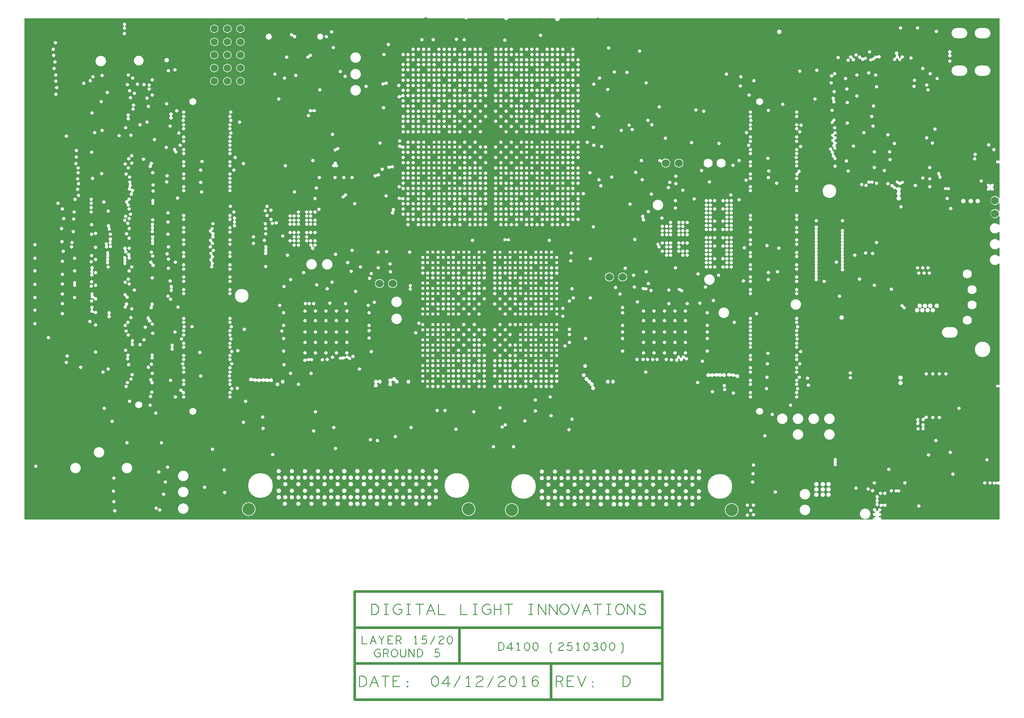
<source format=gbr>
G04 ================== begin FILE IDENTIFICATION RECORD ==================*
G04 Layout Name:  2510300_REV-D.brd*
G04 Film Name:    L15_gnd5.gbr*
G04 File Format:  Gerber RS274X*
G04 File Origin:  Cadence Allegro 16.6-2015-S051*
G04 Origin Date:  Tue Apr 12 06:53:57 2016*
G04 *
G04 Layer:  VIA CLASS/L15_GND5*
G04 Layer:  PIN/L15_GND5*
G04 Layer:  ETCH/L15_GND5*
G04 Layer:  DRAWING FORMAT/TITLE_BLOCK*
G04 *
G04 Offset:    (0.00 0.00)*
G04 Mirror:    No*
G04 Mode:      Positive*
G04 Rotation:  0*
G04 FullContactRelief:  No*
G04 UndefLineWidth:     0.00*
G04 ================== end FILE IDENTIFICATION RECORD ====================*
%FSLAX25Y25*MOIN*%
%IR0*IPPOS*OFA0.00000B0.00000*MIA0B0*SFA1.00000B1.00000*%
%ADD19O,.07X.11*%
%ADD18O,.11X.07*%
%ADD20O,.13X.066*%
%ADD17C,.06*%
%ADD12C,.07*%
%ADD11C,.025*%
%ADD10C,.016*%
%ADD16C,.072*%
%ADD14C,.055*%
%ADD15C,.094*%
%ADD13C,.25*%
%ADD21C,.02*%
%ADD22C,.006*%
%ADD23C,.008*%
%ADD25O,.12004X.08004*%
%ADD38C,.03004*%
%ADD24O,.12004X.07704*%
%ADD40C,.02404*%
%ADD37C,.03304*%
%ADD26C,.07004*%
%ADD32C,.03504*%
%ADD29C,.08004*%
%ADD28C,.02604*%
%ADD30C,.05404*%
%ADD33C,.06504*%
%ADD31C,.07404*%
%ADD39C,.04904*%
%ADD34C,.10404*%
%ADD36C,.10504*%
%ADD35C,.19004*%
%ADD27C,.11784*%
G75*
%LPD*%
G75*
G36*
G01X2500Y2500D02*
Y385500D01*
X338854D01*
X338906Y385380D01*
G03X341294I1194J520D01*
G01X341346Y385500D01*
X368915D01*
X368965Y385372D01*
G03X372235I1635J628D01*
G01X372285Y385500D01*
X407631D01*
X407948Y385183D01*
Y385100D01*
G03X411452I1752J0D01*
G01Y385183D01*
X411769Y385500D01*
X747500D01*
Y277071D01*
X746939Y276811D01*
X746842Y276894D01*
G03Y274906I-842J-994D01*
G01X746939Y274989D01*
X747500Y274729D01*
Y248626D01*
X746869Y248413D01*
X746782Y248527D01*
G03Y244273I-2782J-2127D01*
G01X746869Y244387D01*
X747500Y244174D01*
Y238626D01*
X746869Y238413D01*
X746782Y238527D01*
G03Y234273I-2782J-2127D01*
G01X746869Y234387D01*
X747500Y234174D01*
Y228092D01*
X746913Y227847D01*
X746818Y227941D01*
G03Y222259I-2818J-2841D01*
G01X746913Y222353D01*
X747500Y222108D01*
Y215992D01*
X746913Y215747D01*
X746818Y215841D01*
G03Y210159I-2818J-2841D01*
G01X746913Y210253D01*
X747500Y210008D01*
Y203992D01*
X746913Y203747D01*
X746818Y203841D01*
G03Y198159I-2818J-2841D01*
G01X746913Y198253D01*
X747500Y198008D01*
Y105673D01*
X746913Y105429D01*
X746818Y105523D01*
G03Y103677I-918J-923D01*
G01X746913Y103771D01*
X747500Y103527D01*
Y31889D01*
X747012Y31596D01*
X746912Y31649D01*
G03X745174Y31154I-612J-1149D01*
G01X744626D01*
G03Y29846I-1126J-654D01*
G01X745174D01*
G03X746912Y29351I1126J654D01*
G01X747012Y29404D01*
X747500Y29111D01*
Y2500D01*
X657613D01*
X657295Y2837D01*
X657300Y2923D01*
G03X655765Y4281I-1300J77D01*
G01X655679Y4265D01*
X655304Y4546D01*
X655295Y4633D01*
G03X655277Y4753I-1295J-133D01*
G01X655257Y4858D01*
X655642Y5243D01*
X655747Y5223D01*
G03X655765Y7781I253J1277D01*
G01X655679Y7765D01*
X655304Y8046D01*
X655295Y8133D01*
G03X655277Y8253I-1295J-133D01*
G01X655257Y8358D01*
X655642Y8743D01*
X655747Y8723D01*
G03X654723Y9747I253J1277D01*
G01X654743Y9642D01*
X654358Y9257D01*
X654253Y9277D01*
G03X653747I-253J-1277D01*
G01X653642Y9257D01*
X653257Y9642D01*
X653277Y9747D01*
G03X652253Y8723I-1277J253D01*
G01X652358Y8743D01*
X652743Y8358D01*
X652723Y8253D01*
G03X652705Y8133I1277J-253D01*
G01X652696Y8046D01*
X652321Y7765D01*
X652235Y7781D01*
G03X652253Y5223I-235J-1281D01*
G01X652358Y5243D01*
X652743Y4858D01*
X652723Y4753D01*
G03X652705Y4633I1277J-253D01*
G01X652696Y4546D01*
X652321Y4265D01*
X652235Y4281D01*
G03X650700Y2923I-235J-1281D01*
G01X650705Y2837D01*
X650387Y2500D01*
X2500D01*
G37*
%LPC*%
G75*
G36*
G01X219285Y357289D02*
G03X219732Y357594I57J396D01*
G02X220815Y356011I1268J-294D01*
G03X220368Y355706I-57J-396D01*
G02X219285Y357289I-1268J294D01*
G37*
G36*
G01X408972Y347113D02*
G02X410813Y345272I921J-920D01*
G02X408972Y347113I-921J920D01*
G37*
G36*
G01X315381Y343558D02*
X315382D01*
G02Y340954I0J-1302D01*
G02X315381Y343558I-1J1302D01*
G37*
G36*
G01X396780Y342256D02*
G02X399384I1302J0D01*
G02X396780I-1302J-1D01*
G37*
G36*
G01X302268Y338318D02*
G02X304872I1302J1D01*
G02X302268I-1302J0D01*
G37*
G36*
G01X278258Y335001D02*
G03X277689Y334820I-204J-344D01*
G02X277163Y336471I-1189J530D01*
G03X277732Y336652I204J344D01*
G02X278258Y335001I1189J-530D01*
G37*
G36*
G01X412528Y334382D02*
G02X415132I1302J0D01*
G02X412528I-1302J-1D01*
G37*
G36*
G01X318016Y330444D02*
G02X320620I1302J1D01*
G02X318016I-1302J0D01*
G37*
G36*
G01X416846Y323491D02*
G02X418687Y321650I921J-920D01*
G02X416846Y323491I-921J920D01*
G37*
G36*
G01X404654Y318634D02*
G02X407258I1302J0D01*
G02X404654I-1302J-1D01*
G37*
G36*
G01X441202Y312302D02*
G03X441402Y312102I200J0D01*
G02X440098Y310798I-2J-1302D01*
G03X439898Y310998I-200J0D01*
G02X441202Y312302I2J1302D01*
G37*
G36*
G01X621241Y306688D02*
G03X620885Y306226I39J-398D01*
G02X619475Y307312I-1285J-210D01*
G03X619831Y307774I-39J398D01*
G02X621241Y306688I1285J210D01*
G37*
G36*
G01X314080Y302886D02*
G02X316684I1302J0D01*
G02X314080I-1302J-1D01*
G37*
G36*
G01X303570Y300250D02*
X303571D01*
G02X303570Y297646I0J-1302D01*
G02Y300250I0J1302D01*
G37*
G36*
G01X241680Y284718D02*
G03X241218Y284483I-93J-389D01*
G02X240320Y286250I-1202J501D01*
G03X240782Y286485I93J389D01*
G02X241680Y284718I1202J-501D01*
G37*
G36*
G01X117033Y283700D02*
G03X116774Y284170I-389J92D01*
G02X118467Y285100I426J1230D01*
G03X118726Y284630I389J-92D01*
G02X117033Y283700I-426J-1230D01*
G37*
G36*
G01X240103Y272054D02*
X239697D01*
X239641Y272006D01*
G02X238432Y274249I-841J994D01*
G01X238504Y274270D01*
X238726Y274621D01*
X238714Y274695D01*
G02X241277Y274644I1286J204D01*
G01X241263Y274574D01*
X241446Y274225D01*
X241512Y274197D01*
G02X240159Y272006I-512J-1197D01*
G01X240103Y272054D01*
G37*
G36*
G01X100027Y273626D02*
G03X99825Y273072I152J-369D01*
G02X98173Y273674I-1155J-602D01*
G03X98375Y274228I-152J369D01*
G02X100027Y273626I1155J602D01*
G37*
G36*
G01X649179Y259580D02*
G03X648592Y259556I-282J-283D01*
G02X648521Y261320I-992J844D01*
G03X649108Y261344I282J283D01*
G02X649179Y259580I992J-844D01*
G37*
G36*
G01X672818Y258996D02*
X672456Y258836D01*
X672424Y258773D01*
G02X670004Y259035I-1160J591D01*
G01X669984Y259111D01*
X669619Y259342D01*
X669542Y259327D01*
G02X670555Y260934I-247J1278D01*
G01X670575Y260858D01*
X670940Y260627D01*
X671017Y260642D01*
G02X671610Y260619I247J-1278D01*
G01X671678Y260600D01*
X672040Y260760D01*
X672072Y260823D01*
G02X672886Y258977I1160J-591D01*
G01X672818Y258996D01*
G37*
G36*
G01X707056Y256383D02*
G03X707620Y256360I294J272D01*
G02X707544Y254517I880J-959D01*
G03X706980Y254540I-294J-272D01*
G02X707056Y256383I-880J959D01*
G37*
G36*
G01X247774Y249404D02*
G03X247336Y249030I-39J-398D01*
G02X246162Y250402I-1300J76D01*
G03X246600Y250776I39J398D01*
G02X247774Y249404I1300J-76D01*
G37*
G36*
G01X99715Y245057D02*
G03X99729Y245611I-281J284D01*
G02X101605Y245563I961J879D01*
G03X101591Y245009I281J-284D01*
G02X99715Y245057I-961J-879D01*
G37*
G36*
G01X67779Y226271D02*
G03X67943Y225683I331J-225D01*
G02X66321Y225229I-543J-1183D01*
G03X66157Y225817I-331J225D01*
G02X67779Y226271I543J1183D01*
G37*
G36*
G01X64240Y211780D02*
G03X64217Y212344I-295J270D01*
G02X66060Y212420I884J956D01*
G03X66083Y211856I295J-270D01*
G02X64240Y211780I-884J-956D01*
G37*
G36*
G01X487707Y212511D02*
G03X487918Y211994I371J-150D01*
G02X486193Y211289I-518J-1194D01*
G03X485982Y211806I-371J150D01*
G02X487707Y212511I518J1194D01*
G37*
G36*
G01X187719Y207488D02*
Y207012D01*
G02X186081I-819J-1012D01*
G01Y207488D01*
G02X186056Y209492I819J1012D01*
G01X186123Y209548D01*
X186142Y210017D01*
X186080Y210079D01*
G02X187844Y210008I920J921D01*
G01X187777Y209952D01*
X187758Y209483D01*
X187820Y209421D01*
G02X187719Y207488I-920J-921D01*
G37*
G36*
G01X80192Y199417D02*
X80168Y198977D01*
X80222Y198915D01*
G02X78358Y199018I-982J-855D01*
G01X78418Y199073D01*
X78442Y199513D01*
X78388Y199575D01*
G02X78368Y201262I982J855D01*
G01X78420Y201324D01*
X78386Y201762D01*
X78326Y201816D01*
G02X80192Y201958I864J974D01*
G01X80140Y201896D01*
X80174Y201458D01*
X80234Y201404D01*
G02X80252Y199472I-864J-974D01*
G01X80192Y199417D01*
G37*
G36*
G01X628319Y194988D02*
Y194512D01*
G02X626681I-819J-1012D01*
G01Y194988D01*
G02Y197012I819J1012D01*
G01Y197488D01*
G02Y199512I819J1012D01*
G01Y199988D01*
G02Y202012I819J1012D01*
G01Y202488D01*
G02Y204512I819J1012D01*
G01Y204988D01*
G02Y207012I819J1012D01*
G01Y207488D01*
G02Y209512I819J1012D01*
G01Y209988D01*
G02Y212012I819J1012D01*
G01Y212488D01*
G02Y214512I819J1012D01*
G01Y214988D01*
G02Y217012I819J1012D01*
G01Y217488D01*
G02Y219512I819J1012D01*
G01Y219988D01*
G02Y222012I819J1012D01*
G01Y222488D01*
G02X628319I819J1012D01*
G01Y222012D01*
G02Y219988I-819J-1012D01*
G01Y219512D01*
G02Y217488I-819J-1012D01*
G01Y217012D01*
G02Y214988I-819J-1012D01*
G01Y214512D01*
G02Y212488I-819J-1012D01*
G01Y212012D01*
G02Y209988I-819J-1012D01*
G01Y209512D01*
G02Y207488I-819J-1012D01*
G01Y207012D01*
G02Y204988I-819J-1012D01*
G01Y204512D01*
G02Y202488I-819J-1012D01*
G01Y202012D01*
G02Y199988I-819J-1012D01*
G01Y199512D01*
G02Y197488I-819J-1012D01*
G01Y197012D01*
G02Y194988I-819J-1012D01*
G37*
G36*
G01X608319Y187488D02*
Y187012D01*
G02X606681I-819J-1012D01*
G01Y187488D01*
G02Y189512I819J1012D01*
G01Y189988D01*
G02Y192012I819J1012D01*
G01Y192488D01*
G02Y194512I819J1012D01*
G01Y194988D01*
G02Y197012I819J1012D01*
G01Y197488D01*
G02Y199512I819J1012D01*
G01Y199988D01*
G02Y202012I819J1012D01*
G01Y202488D01*
G02Y204512I819J1012D01*
G01Y204988D01*
G02Y207012I819J1012D01*
G01Y207488D01*
G02Y209512I819J1012D01*
G01Y209988D01*
G02Y212012I819J1012D01*
G01Y212488D01*
G02Y214512I819J1012D01*
G01Y214988D01*
G02Y217012I819J1012D01*
G01Y217488D01*
G02Y219512I819J1012D01*
G01Y219988D01*
G02Y222012I819J1012D01*
G01Y222488D01*
G02Y224512I819J1012D01*
G01Y224988D01*
G02X608319I819J1012D01*
G01Y224512D01*
G02Y222488I-819J-1012D01*
G01Y222012D01*
G02Y219988I-819J-1012D01*
G01Y219512D01*
G02Y217488I-819J-1012D01*
G01Y217012D01*
G02Y214988I-819J-1012D01*
G01Y214512D01*
G02Y212488I-819J-1012D01*
G01Y212012D01*
G02Y209988I-819J-1012D01*
G01Y209512D01*
G02Y207488I-819J-1012D01*
G01Y207012D01*
G02Y204988I-819J-1012D01*
G01Y204512D01*
G02Y202488I-819J-1012D01*
G01Y202012D01*
G02Y199988I-819J-1012D01*
G01Y199512D01*
G02Y197488I-819J-1012D01*
G01Y197012D01*
G02Y194988I-819J-1012D01*
G01Y194512D01*
G02Y192488I-819J-1012D01*
G01Y192012D01*
G02Y189988I-819J-1012D01*
G01Y189512D01*
G02Y187488I-819J-1012D01*
G37*
G36*
G01X41831Y182690D02*
G03Y182410I143J-140D01*
G02X39969I-931J-910D01*
G03Y182690I-143J140D01*
G02X41831I931J910D01*
G37*
G36*
G01X476280Y179987D02*
G03X476805Y179901I311J252D01*
G02X476488Y177981I695J-1101D01*
G03X475963Y178067I-311J-252D01*
G02X476280Y179987I-695J1101D01*
G37*
G36*
G01X504004Y178896D02*
G03X504474Y178661I370J152D01*
G02X503596Y176904I326J-1261D01*
G03X503126Y177139I-370J-152D01*
G02X504004Y178896I-326J1261D01*
G37*
G36*
G01X80716Y174179D02*
G03X81082Y173699I392J-81D01*
G02X79724Y172661I-83J-1299D01*
G03X79358Y173141I-392J81D01*
G02X80716Y174179I83J1299D01*
G37*
G36*
G01X80983Y166122D02*
G03X80757Y165567I132J-377D01*
G02X79157Y166218I-1167J-577D01*
G03X79383Y166773I-132J377D01*
G02X80983Y166122I1167J577D01*
G37*
G36*
G01X674302Y166002D02*
G03X674702Y165602I400J0D01*
G02X673398Y164298I-2J-1302D01*
G03X672998Y164698I-400J0D01*
G02X674302Y166002I2J1302D01*
G37*
G36*
G01X98225Y156159D02*
G03X98516Y155632I376J-136D01*
G02X97015Y154801I-276J-1272D01*
G03X96724Y155328I-376J136D01*
G02X98225Y156159I276J1272D01*
G37*
G36*
G01X101045Y127407D02*
G03X101005Y126850I266J-299D01*
G02X99145Y126983I-995J-840D01*
G03X99185Y127540I-266J299D01*
G02X101045Y127407I995J840D01*
G37*
G36*
G01X100197Y108924D02*
G03X100446Y108369I362J-171D01*
G02X98903Y107676I-366J-1249D01*
G03X98654Y108231I-362J171D01*
G02X100197Y108924I366J1249D01*
G37*
G36*
G01X271846Y106759D02*
Y106241D01*
G02X270154I-846J-1241D01*
G01Y106759D01*
G02X272241Y108846I846J1241D01*
G01X272759D01*
G02Y107154I1241J-846D01*
G01X272241D01*
G02X271846Y106759I-1241J846D01*
G37*
G36*
G01X622971Y45633D02*
Y45367D01*
G02X621029I-971J-867D01*
G01Y45633D01*
G02Y47367I971J867D01*
G01Y47633D01*
G02X622971I971J867D01*
G01Y47367D01*
G02Y45633I-971J-867D01*
G37*
G36*
G01X669633Y23529D02*
G03X669367I-133J-150D01*
G02Y25471I-867J971D01*
G03X669633I133J150D01*
G02Y23529I867J-971D01*
G37*
G36*
G01X79615Y379147D02*
G02X78385I-615J-1147D01*
G03Y379853I-189J353D01*
G02X79615I615J1147D01*
G03Y379147I189J-353D01*
G37*
G36*
G01X208465Y372787D02*
G02X207699Y371560I535J-1187D01*
G03X207135Y371913I-400J-12D01*
G02X207901Y373140I-535J1187D01*
G03X208465Y372787I400J12D01*
G37*
G36*
G01X710115Y358147D02*
G02X708885I-615J-1147D01*
G03Y358853I-189J353D01*
G02X710115I615J1147D01*
G03Y358147I189J-353D01*
G37*
G36*
G01X644170Y353730D02*
G02X641699Y354337I-1170J571D01*
G01X641702Y354447D01*
X641235Y354758D01*
X641135Y354713D01*
G02X641901Y355863I-535J1187D01*
G01X641898Y355753D01*
X642365Y355442D01*
X642465Y355487D01*
G02X643545Y355482I535J-1187D01*
G01X643809Y355576D01*
G02X644434Y353824I1170J-570D01*
G01X644170Y353730D01*
G37*
G36*
G01X672515Y354414D02*
X672537Y354309D01*
G02X670017Y354412I-1273J-273D01*
G01X670050Y354520D01*
X669666Y354942D01*
X669555Y354919D01*
G02X669064Y354914I-259J1276D01*
G01X668960Y354932D01*
X668580Y354543D01*
X668602Y354438D01*
G02X667558Y355454I-1275J-265D01*
G01X667662Y355436D01*
X668042Y355825D01*
X668020Y355930D01*
G02X668404Y357144I1275J264D01*
G01X668482Y357218D01*
X668387Y357761D01*
X668287Y357803D01*
G02X669691Y358051I512J1197D01*
G01X669613Y357977D01*
X669708Y357434D01*
X669808Y357392D01*
G02X670542Y355819I-513J-1197D01*
G01X670509Y355711D01*
X670893Y355289D01*
X671004Y355312D01*
G02X671497Y355317I259J-1276D01*
G01X671602Y355298D01*
X671981Y355690D01*
X671959Y355795D01*
G02X672999Y354787I1273J273D01*
G01X672894Y354806D01*
X672515Y354414D01*
G37*
G36*
G01X635591Y355249D02*
G02X634565Y354272I240J-1280D01*
G03X634102Y354758I-389J93D01*
G02X635128Y355735I-240J1280D01*
G03X635591Y355249I389J-93D01*
G37*
G36*
G01X650172Y353232D02*
G02X649562Y354974I-1172J567D01*
G01X649828Y355068D01*
G02X651084Y355799I1171J-568D01*
G01X651163Y355794D01*
X651498Y356073D01*
X651507Y356152D01*
G02X653777Y356861I1293J-152D01*
G01X653843Y356786D01*
X654362Y356827D01*
X654415Y356911D01*
G02X654539Y355355I1101J-695D01*
G01X654473Y355430D01*
X653954Y355389D01*
X653901Y355305D01*
G02X652716Y354701I-1101J695D01*
G01X652637Y354706D01*
X652302Y354427D01*
X652293Y354348D01*
G02X650438Y353326I-1293J152D01*
G01X650172Y353232D01*
G37*
G36*
G01X290180Y325361D02*
G02X289807Y326534I-1280J239D01*
G03X290479Y326747I279J287D01*
G02X290852Y325574I1280J-239D01*
G03X290180Y325361I-279J-287D01*
G37*
G36*
G01X621516Y322930D02*
G02X620022Y322691I-580J-1166D01*
G03X619920Y323334I-280J285D01*
G02X621414Y323573I580J1166D01*
G03X621516Y322930I280J-285D01*
G37*
G36*
G01X222147Y314385D02*
G02Y315615I-1147J615D01*
G03X222853I353J189D01*
G02Y314385I1147J-615D01*
G03X222147I-353J-189D01*
G37*
G36*
G01X115229Y310659D02*
G02X113871I-679J-1111D01*
G03Y311342I-208J341D01*
G02X115229I679J1111D01*
G03Y310659I208J-341D01*
G37*
G36*
G01X82529Y309929D02*
G02X81171I-679J-1111D01*
G03Y310612I-208J341D01*
G02X82529I679J1111D01*
G03Y309929I208J-341D01*
G37*
G36*
G01X291016Y288184D02*
G02X290544Y286646I743J-1069D01*
G03X289943Y286831I-373J-144D01*
G02X290415Y288369I-743J1069D01*
G03X291016Y288184I373J144D01*
G37*
G36*
G01X622297Y287523D02*
X622360Y287491D01*
G02X620514Y286677I-591J-1160D01*
G01X620533Y286745D01*
X620373Y287107D01*
X620310Y287139D01*
G02X620399Y289501I591J1160D01*
G01X620467Y289529D01*
X620651Y289892D01*
X620634Y289963D01*
G02X620614Y290472I1266J305D01*
G01X620629Y290563D01*
X620307Y290935D01*
X620215Y290934D01*
G02X620135Y293536I-15J1302D01*
G01X620224Y293541D01*
X620524Y293911D01*
X620509Y293999D01*
G02Y294409I1286J205D01*
G01X620524Y294501D01*
X620198Y294874D01*
X620104Y294871D01*
G02X620231Y297465I-31J1302D01*
G01X620330Y297453D01*
X620690Y297829D01*
X620674Y297928D01*
G02X621800Y296850I1284J214D01*
G01X621701Y296862D01*
X621341Y296486D01*
X621357Y296387D01*
G02X621359Y295969I-1284J-215D01*
G01X621344Y295877D01*
X621670Y295504D01*
X621764Y295507D01*
G02X621860Y292905I31J-1302D01*
G01X621771Y292900D01*
X621471Y292530D01*
X621486Y292442D01*
G02Y292032I-1286J-205D01*
G01X621471Y291941D01*
X621793Y291569D01*
X621885Y291570D01*
G02X622402Y289066I16J-1302D01*
G01X622334Y289038D01*
X622150Y288675D01*
X622167Y288604D01*
G02X622156Y287953I-1266J-304D01*
G01X622137Y287885D01*
X622297Y287523D01*
G37*
G36*
G01X622116Y279730D02*
G02X620562Y278689I-273J-1273D01*
G03X620252Y279152I-394J72D01*
G02X619588Y281329I273J1273D01*
G01X619663Y281407D01*
X619542Y281943D01*
X619441Y281981D01*
G02X618715Y283739I459J1219D01*
G01X618758Y283833D01*
X618489Y284294D01*
X618386Y284303D01*
G02X619685Y285061I114J1297D01*
G01X619642Y284967D01*
X619911Y284506D01*
X620014Y284497D01*
G02X620837Y282296I-114J-1297D01*
G01X620762Y282218D01*
X620883Y281682D01*
X620984Y281644D01*
G02X621806Y280193I-459J-1218D01*
G03X622116Y279730I394J-72D01*
G37*
G36*
G01X489865Y277307D02*
G02X489009Y275279I2635J-2307D01*
G03X488467Y275685I-399J33D01*
G02X489197Y277413I-467J1215D01*
G03X489865Y277307I367J158D01*
G37*
G36*
G01X282149Y271088D02*
G02X281840Y272695I-1149J612D01*
G03X282451Y272812I258J305D01*
G02X282760Y271205I1149J-612D01*
G03X282149Y271088I-258J-305D01*
G37*
G36*
G01X593945Y266811D02*
G02X592648Y267827I-1270J-286D01*
G03X593030Y268314I-8J400D01*
G02X594327Y267298I1270J286D01*
G03X593945Y266811I8J-400D01*
G37*
G36*
G01X271709Y264716D02*
G02X271204Y266296I-1209J484D01*
G03X271791Y266484I216J336D01*
G02X272296Y264904I1209J-484D01*
G03X271709Y264716I-216J-336D01*
G37*
G36*
G01X702380Y265545D02*
G02X700931Y265044I-381J-1245D01*
G03X700720Y265655I-328J229D01*
G02X702169Y266156I381J1245D01*
G03X702380Y265545I328J-229D01*
G37*
G36*
G01X740204Y254490D02*
X740147Y254385D01*
G02X738385Y256147I-1147J615D01*
G01X738490Y256204D01*
Y256796D01*
X738385Y256853D01*
G02X740147Y258615I615J1147D01*
G01X740204Y258510D01*
X740796D01*
X740853Y258615D01*
G02X742615Y256853I1147J-615D01*
G01X742510Y256796D01*
Y256204D01*
X742615Y256147D01*
G02X740853Y254385I-615J-1147D01*
G01X740796Y254490D01*
X740204D01*
G37*
G36*
G01X85102Y252146D02*
X85179Y252058D01*
G02X83985Y252484I-979J-858D01*
G01X84101Y252504D01*
X84298Y253054D01*
X84221Y253142D01*
G02X83911Y253820I979J858D01*
G01X83895Y253928D01*
X83392Y254161D01*
X83300Y254102D01*
G02X82116Y256409I-699J1098D01*
G01X82204Y256444D01*
X82355Y256917D01*
X82304Y256996D01*
G02X82558Y258693I1096J703D01*
G01X82639Y258762D01*
X82581Y259301D01*
X82487Y259351D01*
G02X83942Y259507I613J1149D01*
G01X83861Y259438D01*
X83919Y258899D01*
X84013Y258849D01*
G02X83884Y256491I-613J-1149D01*
G01X83796Y256456D01*
X83645Y255983D01*
X83696Y255904D01*
G02X83889Y255380I-1097J-702D01*
G01X83905Y255272D01*
X84408Y255039D01*
X84500Y255098D01*
G02X85415Y252716I700J-1098D01*
G01X85299Y252696D01*
X85102Y252146D01*
G37*
G36*
G01X290751Y248568D02*
G02X290580Y247192I1008J-824D01*
G03X289908Y247276I-362J-169D01*
G02X290079Y248652I-1008J824D01*
G03X290751Y248568I362J169D01*
G37*
G36*
G01X671370Y249621D02*
G02X669630I-870J-1521D01*
G01Y250179D01*
G02X669375Y253043I870J1521D01*
G03Y253657I-256J307D01*
G02X668752Y254888I1125J1343D01*
G01X668744Y255009D01*
X668200Y255251D01*
X668105Y255177D01*
G02X665999Y256142I-805J1023D01*
G03X665529Y256518I-399J-17D01*
G02X666601Y257858I-229J1282D01*
G03X667071Y257482I399J17D01*
G02X668579Y256442I229J-1282D01*
G01X668602Y256323D01*
X669171Y256148D01*
X669256Y256234D01*
G02X671625Y253657I1243J-1234D01*
G03Y253043I256J-307D01*
G02X671370Y250179I-1125J-1343D01*
G01Y249621D01*
G37*
G36*
G01X81983Y244249D02*
X82078Y244232D01*
G02X80658Y243474I-228J-1282D01*
G01X80697Y243562D01*
X80457Y244011D01*
X80362Y244028D01*
G02X80810Y246593I228J1282D01*
G01X80920Y246574D01*
X81292Y247001D01*
X81258Y247108D01*
G02X82280Y246217I1242J392D01*
G01X82170Y246236D01*
X81798Y245809D01*
X81832Y245702D01*
G02X81782Y244786I-1242J-392D01*
G01X81743Y244698D01*
X81983Y244249D01*
G37*
G36*
G01X284770Y237668D02*
G02X283289Y237997I-970J-868D01*
G03X283430Y238632I-157J368D01*
G02X284911Y238303I970J868D01*
G03X284770Y237668I157J-368D01*
G37*
G36*
G01X476003Y232814D02*
G02X474463Y232501I-563J-1174D01*
G03X474337Y233126I-300J265D01*
G02X475877Y233439I563J1174D01*
G03X476003Y232814I300J-265D01*
G37*
G36*
G01X163510Y228204D02*
X163615Y228147D01*
G02X162385I-615J-1147D01*
G01X162490Y228204D01*
Y228796D01*
X162385Y228853D01*
G02Y231147I615J1147D01*
G01X162490Y231204D01*
Y231796D01*
X162385Y231853D01*
G02X163615I615J1147D01*
G01X163510Y231796D01*
Y231204D01*
X163615Y231147D01*
G02Y228853I-615J-1147D01*
G01X163510Y228796D01*
Y228204D01*
G37*
G36*
G01X100861Y223728D02*
X100952Y223663D01*
G02X99601Y223756I-752J-1063D01*
G01X99700Y223808D01*
X99739Y224372D01*
X99648Y224437D01*
G02X99570Y226503I752J1063D01*
G01X99646Y226566D01*
X99627Y227081D01*
X99547Y227138D01*
G02X101130Y227197I753J1062D01*
G01X101054Y227134D01*
X101073Y226619D01*
X101153Y226562D01*
G02X100999Y224344I-753J-1062D01*
G01X100900Y224292D01*
X100861Y223728D01*
G37*
G36*
G01X147420Y219421D02*
G02X145656Y219492I-920J-921D01*
G03X145680Y220079I-259J305D01*
G02X145320Y221240I920J922D01*
G01X145339Y221340D01*
X144975Y221723D01*
X144874Y221710D01*
G02X144418Y224271I-174J1290D01*
G03X144724Y224741I-86J391D01*
G02X146282Y223729I1276J259D01*
G03X145976Y223259I86J-391D01*
G02X145980Y222760I-1276J-260D01*
G01X145961Y222660D01*
X146325Y222277D01*
X146426Y222290D01*
G02X147444Y220008I174J-1290D01*
G03X147420Y219421I259J-305D01*
G37*
G36*
G01X370653Y215787D02*
G02Y216985I-1042J599D01*
G03X371347I347J199D01*
G02Y215787I1042J-599D01*
G03X370653I-347J-199D01*
G37*
G36*
G01X68789Y215135D02*
G02X67394Y215252I-789J-1035D01*
G03X67451Y215925I-186J355D01*
G02X68846Y215808I789J1035D01*
G03X68789Y215135I186J-355D01*
G37*
G36*
G01X146271Y214900D02*
G02X144982Y214059I-71J-1300D01*
G03X144629Y214600I-374J141D01*
G02X145918Y215441I71J1300D01*
G03X146271Y214900I374J-141D01*
G37*
G36*
G01X101343Y214339D02*
G02X99467Y214307I-923J-919D01*
G03X99457Y214861I-293J272D01*
G02X99699Y216890I923J919D01*
G01X99789Y216945D01*
X99813Y217489D01*
X99727Y217552D01*
G02X101181Y217490I773J1048D01*
G01X101091Y217435D01*
X101067Y216891D01*
X101153Y216828D01*
G02X101333Y214893I-773J-1048D01*
G03X101343Y214339I293J-272D01*
G37*
G36*
G01X222756Y211101D02*
G02X221695Y210489I44J-1301D01*
G03X221343Y211101I-339J212D01*
G02X222404Y211713I-44J1301D01*
G03X222756Y211101I339J-212D01*
G37*
G36*
G01X80487Y208408D02*
G02X79001Y208035I-487J-1208D01*
G03X78843Y208662I-307J256D01*
G02X80329Y209035I487J1208D01*
G03X80487Y208408I307J-256D01*
G37*
G36*
G01X83212Y203590D02*
G02X81596Y203437I-712J-1090D01*
G03X81538Y204060I-277J288D01*
G02X83154Y204213I712J1090D01*
G03X83212Y203590I277J-288D01*
G37*
G36*
G01X66940Y199794D02*
G02X65260I-840J-994D01*
G03Y200406I-258J306D01*
G02X65347Y202462I840J994D01*
G01X65427Y202519D01*
X65446Y203034D01*
X65370Y203097D01*
G02X65240Y204980I830J1003D01*
G03X65217Y205544I-295J270D01*
G02X67060Y205620I884J956D01*
G03X67083Y205056I295J-270D01*
G02X66953Y203038I-883J-956D01*
G01X66873Y202981D01*
X66854Y202466D01*
X66930Y202403D01*
G02X66940Y200406I-830J-1003D01*
G03Y199794I258J-306D01*
G37*
G36*
G01X100747Y198175D02*
G02X99682Y197390I133J-1295D01*
G03X99273Y197945I-368J157D01*
G02X100338Y198730I-133J1295D01*
G03X100747Y198175I368J-157D01*
G37*
G36*
G01X146533Y196613D02*
X146595Y196540D01*
G02X144988Y196849I-995J-840D01*
G01X145072Y196894D01*
X145167Y197387D01*
X145105Y197460D01*
G02X145057Y199079I995J840D01*
G01X145125Y199170D01*
X144910Y199696D01*
X144798Y199714D01*
G02X144742Y202276I202J1286D01*
G01X144838Y202296D01*
X145066Y202752D01*
X145024Y202840D01*
G02X145102Y204100I1176J560D01*
G01X145161Y204192D01*
X144928Y204695D01*
X144820Y204711D01*
G02X146098Y205300I181J1289D01*
G01X146039Y205208D01*
X146272Y204705D01*
X146380Y204689D01*
G02X146458Y202124I-181J-1289D01*
G01X146362Y202104D01*
X146134Y201648D01*
X146176Y201560D01*
G02X146043Y200221I-1176J-559D01*
G01X145975Y200130D01*
X146190Y199604D01*
X146302Y199586D01*
G02X146712Y197151I-202J-1286D01*
G01X146628Y197106D01*
X146533Y196613D01*
G37*
G36*
G01X54773Y190619D02*
X54853Y190562D01*
G02X53270Y190503I-753J-1062D01*
G01X53346Y190566D01*
X53327Y191081D01*
X53247Y191138D01*
G02X53342Y193323I753J1062D01*
G01X53433Y193377D01*
X53471Y193916D01*
X53389Y193981D01*
G02X54858Y193877I810J1019D01*
G01X54767Y193823D01*
X54729Y193284D01*
X54811Y193219D01*
G02X54830Y191197I-811J-1019D01*
G01X54754Y191134D01*
X54773Y190619D01*
G37*
G36*
G01X297913Y179653D02*
G02X296715I-599J-1042D01*
G03Y180347I-199J347D01*
G02X297913I599J1042D01*
G03Y179653I199J-347D01*
G37*
G36*
G01X115429Y178824D02*
G02X114071I-679J-1111D01*
G03Y179507I-208J341D01*
G02X115429I679J1111D01*
G03Y178824I208J-341D01*
G37*
G36*
G01X56191Y172397D02*
X56287Y172449D01*
G02X55600Y171222I613J-1149D01*
G01X55594Y171331D01*
X55109Y171603D01*
X55013Y171551D01*
G02X53370Y173497I-613J1149D01*
G03X53323Y174037I-316J245D01*
G02X55230Y174203I877J963D01*
G03X55277Y173663I316J-245D01*
G02X55700Y172778I-877J-963D01*
G01X55706Y172669D01*
X56191Y172397D01*
G37*
G36*
G01X100390Y165345D02*
G02X98945Y165720I-990J-845D01*
G03X99110Y166355I-139J375D01*
G02X100555Y165980I990J845D01*
G03X100390Y165345I139J-375D01*
G37*
G36*
G01X55954Y161702D02*
X56042Y161779D01*
G02X55616Y160585I858J-979D01*
G01X55596Y160701D01*
X55046Y160898D01*
X54958Y160821D01*
G02X53514Y162962I-859J978D01*
G01Y163538D01*
G02X54686I586J1162D01*
G01Y162962D01*
G02X55384Y162015I-586J-1163D01*
G01X55404Y161899D01*
X55954Y161702D01*
G37*
G36*
G01X67879Y158759D02*
G02X66521I-679J-1111D01*
G03Y159442I-208J342D01*
G02X67879I679J1111D01*
G03Y158759I208J-341D01*
G37*
G36*
G01X85670Y137488D02*
G02X84330I-670J-1117D01*
G03Y138173I-206J343D01*
G02X85670I670J1117D01*
G03Y137488I206J-343D01*
G37*
G36*
G01X116109Y133937D02*
G02X114769I-670J-1117D01*
G03Y134622I-206J343D01*
G02X116109I670J1117D01*
G03Y133937I206J-342D01*
G37*
G36*
G01X250872Y126882D02*
G02X249875Y125160I228J-1282D01*
G03X249428Y125418I-376J-136D01*
G02X248221Y125842I-228J1282D01*
G01X248144Y125929D01*
X247575Y125812D01*
X247539Y125701D01*
G02X245435Y125126I-1240J399D01*
G03X244854Y125073I-266J-299D01*
G02X244692Y126847I-1027J801D01*
G03X245273Y126900I266J299D01*
G02X247279Y126958I1027J-800D01*
G01X247356Y126871D01*
X247925Y126988D01*
X247961Y127099D01*
G02X250425Y127140I1239J-399D01*
G03X250872Y126882I376J136D01*
G37*
G36*
G01X82152Y126363D02*
G02X80801Y126456I-752J-1063D01*
G03X80848Y127137I-184J355D01*
G02X82199Y127044I752J1063D01*
G03X82152Y126363I184J-355D01*
G37*
G36*
G01X501926Y125096D02*
X501983Y124997D01*
G02X500836Y125644I-1125J-655D01*
G01X500950Y125646D01*
X501232Y126146D01*
X501175Y126245D01*
G02X503559Y126567I1125J655D01*
G01X503530Y126459D01*
X503919Y126050D01*
X504029Y126073D01*
G02X504319Y126102I274J-1273D01*
G01X504413Y126101D01*
X504735Y126479D01*
X504718Y126572D01*
G02X507284Y127017I1282J228D01*
G01X507300Y126924D01*
X507736Y126677D01*
X507824Y126712D01*
G02X507016Y125283I476J-1212D01*
G01X507000Y125376D01*
X506564Y125623D01*
X506476Y125588D01*
G02X505981Y125498I-476J1212D01*
G01X505887Y125499D01*
X505565Y125121D01*
X505582Y125028D01*
G02X503041Y125133I-1282J-228D01*
G01X503070Y125241D01*
X502681Y125650D01*
X502571Y125627D01*
G02X502322Y125598I-274J1273D01*
G01X502208Y125596D01*
X501926Y125096D01*
G37*
G36*
G01X218061Y123954D02*
X218020Y123846D01*
G02X217798Y125136I-1220J454D01*
G01X217872Y125048D01*
X218439Y125146D01*
X218480Y125254D01*
G02X220580Y125760I1220J-454D01*
G03X221120I270J295D01*
G02Y123840I880J-960D01*
G03X220580I-270J-295D01*
G02X218702Y123964I-880J960D01*
G01X218628Y124052D01*
X218061Y123954D01*
G37*
G36*
G01X526185Y112077D02*
G02Y113923I-1185J923D01*
G03X526815I315J246D01*
G02X529213Y113886I1185J-923D01*
G01X529278Y113797D01*
X529833Y113832D01*
X529886Y113928D01*
G02X532378Y114132I1314J-728D01*
G01X532432Y114063D01*
X532903Y114029D01*
X532967Y114090D01*
G02X535241Y113846I1033J-1090D01*
G01X535759D01*
G02Y112154I1241J-846D01*
G01X535241D01*
G02X532822Y112068I-1241J846D01*
G01X532768Y112137D01*
X532297Y112171D01*
X532233Y112110D01*
G02X529987Y112314I-1033J1090D01*
G01X529922Y112403D01*
X529367Y112368D01*
X529314Y112272D01*
G02X526815Y112077I-1314J728D01*
G03X526185I-315J-246D01*
G37*
G36*
G01X546038Y113158D02*
X546118Y113242D01*
G02X545755Y111790I1082J-1042D01*
G01X545723Y111901D01*
X545162Y112042D01*
X545082Y111958D01*
G02X542686Y112272I-1082J1042D01*
G01X542633Y112368D01*
X542078Y112403D01*
X542013Y112314D01*
G02X542114Y113928I-1213J886D01*
G01X542167Y113832D01*
X542722Y113797D01*
X542787Y113886D01*
G02X545445Y113410I1213J-886D01*
G01X545477Y113299D01*
X546038Y113158D01*
G37*
G36*
G01X183367Y108368D02*
X183314Y108272D01*
G02X180686I-1314J728D01*
G01X180633Y108368D01*
X180078Y108403D01*
X180013Y108314D01*
G02X177438Y108568I-1213J886D01*
G01X177391Y108668D01*
X176835Y108738D01*
X176765Y108652D01*
G02X176962Y110232I-1165J948D01*
G01X177009Y110132D01*
X177565Y110062D01*
X177635Y110148D01*
G02X180114Y109928I1165J-948D01*
G01X180167Y109832D01*
X180722Y109797D01*
X180787Y109886D01*
G02X183213I1213J-886D01*
G01X183278Y109797D01*
X183833Y109832D01*
X183886Y109928D01*
G02X186378Y110132I1314J-728D01*
G01X186432Y110063D01*
X186903Y110029D01*
X186967Y110090D01*
G02X189241Y109846I1033J-1090D01*
G01X189759D01*
G02Y108154I1241J-846D01*
G01X189241D01*
G02X186822Y108068I-1241J846D01*
G01X186768Y108137D01*
X186297Y108171D01*
X186233Y108110D01*
G02X183987Y108314I-1033J1090D01*
G01X183922Y108403D01*
X183367Y108368D01*
G37*
G36*
G01X282923Y107185D02*
G02X281077I-923J-1185D01*
G03Y107815I-246J315D01*
G02X282921Y110187I922J1186D01*
G01X283005Y110121D01*
X283523Y110294D01*
X283551Y110397D01*
G02X286500Y109920I1449J-396D01*
G03X286920Y109500I399J-21D01*
G02X285500Y108080I80J-1500D01*
G03X285080Y108500I-399J21D01*
G02X284079Y108813I-80J1500D01*
G01X283995Y108879D01*
X283477Y108706D01*
X283449Y108603D01*
G02X282923Y107815I-1449J397D01*
G03Y107185I246J-315D01*
G37*
G36*
G01X437294Y104477D02*
X437397Y104449D01*
G02X435813Y103921I-397J-1449D01*
G01X435879Y104005D01*
X435706Y104523D01*
X435603Y104551D01*
G02X434500Y106080I397J1449D01*
G01X434505Y106169D01*
X434169Y106505D01*
X434080Y106500D01*
G02X432500Y108080I-80J1500D01*
G01X432505Y108169D01*
X432169Y108505D01*
X432080Y108500D01*
G02X433500Y109920I-80J1500D01*
G01X433495Y109831D01*
X433831Y109495D01*
X433920Y109500D01*
G02X435500Y107920I80J-1500D01*
G01X435495Y107831D01*
X435831Y107495D01*
X435920Y107500D01*
G02X437187Y105079I80J-1500D01*
G01X437121Y104995D01*
X437294Y104477D01*
G37*
G36*
G01X123859Y100861D02*
G02X122768Y99686I206J-1286D01*
G03X122306Y100114I-399J33D01*
G02X123397Y101289I-206J1286D01*
G03X123859Y100861I399J-33D01*
G37*
G36*
G01X690397Y79115D02*
G02X689639Y80185I-1297J-115D01*
G03X690203Y80585I166J364D01*
G02X690961Y79515I1297J115D01*
G03X690397Y79115I-166J-364D01*
G37*
G36*
G01X685715Y77147D02*
G02X684485I-615J-1147D01*
G03Y77853I-189J353D01*
G02X685715I615J1147D01*
G03Y77147I189J-353D01*
G37*
G36*
G01X689715Y73147D02*
G02X688485I-615J-1147D01*
G03Y73853I-189J353D01*
G02X689715I615J1147D01*
G03Y73147I189J-353D01*
G37*
G36*
G01X654510Y15204D02*
X654615Y15147D01*
G02X653385I-615J-1147D01*
G01X653490Y15204D01*
Y15796D01*
X653385Y15853D01*
G02Y18147I615J1147D01*
G01X653490Y18204D01*
Y18796D01*
X653385Y18853D01*
G02X654615I615J1147D01*
G01X654510Y18796D01*
Y18204D01*
X654615Y18147D01*
G02Y15853I-615J-1147D01*
G01X654510Y15796D01*
Y15204D01*
G37*
G36*
G01X658147Y12885D02*
G02Y14115I-1147J615D01*
G03X658853I353J189D01*
G02Y12885I1147J-615D01*
G03X658147I-353J-189D01*
G37*
G54D25*
X709587Y145492D03*
G54D38*
X196000Y106000D03*
X200000Y108000D03*
X296000D03*
X431000Y120000D03*
X430000Y113000D03*
X448100Y108000D03*
X452100Y107800D03*
G54D24*
X734452Y374370D03*
Y345630D03*
X716736Y374370D03*
Y345630D03*
G54D40*
X303570Y247744D03*
Y267429D03*
Y259555D03*
Y263492D03*
Y251681D03*
X303571Y279241D03*
X303570Y271366D03*
X306708Y108344D03*
X310644D03*
Y104408D03*
X306708Y112282D03*
Y116218D03*
Y120156D03*
X310644Y116218D03*
Y120156D03*
Y124092D03*
X318518D03*
X314582Y116218D03*
X318518Y112282D03*
X314582D03*
X318518Y116218D03*
Y120156D03*
X314582Y124092D03*
X306708Y131966D03*
X314582Y143778D03*
X310644Y139841D03*
X306708D03*
X318518Y135904D03*
X310644D03*
X314582Y128030D03*
Y135904D03*
X306708D03*
X310644Y128030D03*
X318518Y143778D03*
Y139841D03*
X314582Y131966D03*
X310644Y143778D03*
X318518Y131966D03*
X306708Y128030D03*
X318518Y151652D03*
X314582Y147715D03*
Y159548D03*
Y151652D03*
X318518Y159548D03*
X310644D03*
Y147715D03*
X306708Y159548D03*
Y147715D03*
Y151652D03*
X318518Y179234D03*
Y175296D03*
Y163485D03*
X306708Y179234D03*
Y175296D03*
Y171359D03*
X314582Y179234D03*
X310644Y171359D03*
Y163485D03*
X314582Y175296D03*
Y171359D03*
X310644Y167422D03*
X306708Y163485D03*
X310644Y179234D03*
X318518Y194982D03*
Y183170D03*
X314582Y194982D03*
X318518Y187108D03*
X310644D03*
Y183170D03*
X306708D03*
Y202856D03*
X310644D03*
Y198918D03*
X314582Y206792D03*
X318518Y198918D03*
X314582D03*
X318518Y202856D03*
X310644Y206792D03*
X315381Y247744D03*
Y243807D03*
X311444D03*
X319318D03*
X311444Y247744D03*
X307507Y259555D03*
X311444Y263492D03*
X307507Y267429D03*
X311444D03*
X315381Y263492D03*
Y267429D03*
X319318Y263492D03*
Y259555D03*
X311444Y255618D03*
Y259555D03*
X315381Y251681D03*
Y255618D03*
Y271366D03*
Y275304D03*
X319318Y271366D03*
Y275304D03*
X311444D03*
X307507Y271366D03*
Y275304D03*
X319319Y283179D03*
X315382D03*
X311445D03*
X319319Y279241D03*
X315382Y291053D03*
X307507Y291052D03*
X307508Y287115D03*
X319319Y291053D03*
X315382Y287115D03*
X311445D03*
X322456Y108344D03*
X326392D03*
Y120156D03*
X322456D03*
Y124092D03*
X330330Y120156D03*
Y124092D03*
X326392Y116218D03*
X322456Y112282D03*
X326392D03*
Y139841D03*
X322456Y131966D03*
X330330Y128030D03*
Y139841D03*
X322456Y128030D03*
X326392Y131966D03*
X322456Y139841D03*
Y143778D03*
X326392Y128030D03*
X330330Y143778D03*
Y135904D03*
X326392D03*
Y147715D03*
X330330D03*
X326392Y151652D03*
X322456Y147715D03*
X326392Y159548D03*
X330330D03*
X322456Y151652D03*
X330330Y179234D03*
X326392Y171359D03*
X322456Y175296D03*
X326392D03*
X330330Y171359D03*
X326392Y179234D03*
X330330Y163485D03*
Y167422D03*
X326392Y183170D03*
X330330D03*
X338204Y194982D03*
X322456Y183170D03*
Y194982D03*
X326392D03*
X322456Y187108D03*
Y191044D03*
X326392D03*
X338204Y198918D03*
X326392D03*
Y202856D03*
X322456D03*
X330330Y198918D03*
X338204Y202856D03*
X334266Y206792D03*
X338204D03*
X323255Y247744D03*
Y243807D03*
X331129Y255618D03*
Y259555D03*
X327192D03*
X323255D03*
X327192Y267429D03*
X323255Y263492D03*
Y251681D03*
X327192Y255618D03*
X323256Y283179D03*
X331130D03*
X327193Y271367D03*
Y279241D03*
X331130D03*
Y275305D03*
X323256Y279241D03*
X327193Y275305D03*
X323256Y287115D03*
X327193Y291053D03*
Y287115D03*
X331130D03*
X323256Y291053D03*
X346078Y194982D03*
X342141D03*
Y206792D03*
X350015Y198918D03*
X346078Y202856D03*
Y198918D03*
X342141Y202856D03*
X353952Y206792D03*
Y198918D03*
X350015Y206792D03*
Y202856D03*
X339004Y255618D03*
X350815Y267430D03*
X369722Y194982D03*
X373659Y183170D03*
Y202856D03*
X369722Y198918D03*
X361848Y202856D03*
X365785D03*
X361848Y206792D03*
X365785D03*
X369722Y202856D03*
X361848Y198918D03*
X373659Y206792D03*
Y198918D03*
X370522Y251682D03*
X362648Y259556D03*
X366586Y267429D03*
X381534Y116218D03*
Y112282D03*
Y124092D03*
X385470D03*
X389408Y120156D03*
Y116218D03*
X385470Y143778D03*
X389408Y128030D03*
Y131966D03*
X381534Y143778D03*
X385470Y139841D03*
X381534Y131966D03*
X389408Y139841D03*
X381534Y135904D03*
Y139841D03*
X385471Y131966D03*
X389408Y135904D03*
X385470Y128030D03*
X381534Y159548D03*
X389408D03*
X381534Y151652D03*
X385470D03*
X389408D03*
X385470Y147715D03*
X389408D03*
X381534Y179234D03*
Y175296D03*
Y163485D03*
X389408Y179234D03*
X385470Y163485D03*
Y175296D03*
X389408Y163485D03*
Y175296D03*
X377596Y179234D03*
Y187108D03*
X385470Y183170D03*
Y187108D03*
X377596Y194982D03*
X381534D03*
X389408Y191044D03*
X385470D03*
X389408Y183170D03*
X381534Y206792D03*
X377596D03*
X385470Y202856D03*
X381534D03*
X377596Y198918D03*
X381534D03*
X385470Y206792D03*
X390208Y247744D03*
Y259555D03*
Y255618D03*
Y251681D03*
X386271Y259555D03*
X374460Y263492D03*
X386271Y283178D03*
X390208Y279240D03*
Y275304D03*
X386271Y279240D03*
Y271366D03*
X390208D03*
Y287114D03*
Y291052D03*
X386271Y287114D03*
Y291052D03*
X397282Y116218D03*
X393344D03*
X405156Y124092D03*
X401218Y116218D03*
X397282Y124092D03*
X393344D03*
X401218D03*
X393344Y120156D03*
X401218D03*
X405156D03*
X401218Y131966D03*
X405156Y139841D03*
X401218D03*
Y143778D03*
X393344D03*
X397282D03*
X393344Y128030D03*
X397282Y135904D03*
X393344Y139841D03*
X397282Y128030D03*
X401218Y135904D03*
X397282Y131966D03*
X393344Y135904D03*
X405156Y128030D03*
Y143778D03*
Y131966D03*
Y147715D03*
X401218Y159548D03*
Y151652D03*
X405156D03*
X397282D03*
X393344Y159548D03*
X397282D03*
X393344Y163485D03*
X397282Y171359D03*
X401218Y175296D03*
X397282Y179234D03*
X393344Y171359D03*
X405156Y163485D03*
X401218Y179234D03*
X397282Y175296D03*
X405156D03*
X401218Y163485D03*
Y167422D03*
X405156D03*
X393344Y179234D03*
X405156Y171359D03*
Y183170D03*
X393344D03*
X397282Y191044D03*
X393344Y187108D03*
Y191044D03*
X401218Y183170D03*
Y194982D03*
X397282Y187108D03*
X393344Y202856D03*
X401218Y198918D03*
Y206792D03*
X405156Y202856D03*
X401218D03*
X397282Y198918D03*
X393344Y206792D03*
X397282D03*
X405156D03*
X394145Y247744D03*
X402019Y243807D03*
X398082D03*
X405956Y259555D03*
Y263492D03*
Y267429D03*
X402019Y251681D03*
X398082Y267429D03*
X402019Y255618D03*
Y263492D03*
Y259555D03*
X398082Y251681D03*
X394145Y259555D03*
X398082Y263492D03*
Y255618D03*
X394145D03*
Y263492D03*
X405956Y279240D03*
X394145Y283178D03*
X405956Y271366D03*
X398082Y283178D03*
X402019Y271366D03*
X394145Y275304D03*
X398082Y271366D03*
X394145Y279240D03*
X398082Y275304D03*
X402019D03*
Y279240D03*
X398082Y291052D03*
X405956Y287114D03*
X398082D03*
X394145D03*
X405956Y291052D03*
X402019D03*
X409092Y116218D03*
Y120156D03*
Y131966D03*
Y128030D03*
Y139841D03*
Y135904D03*
Y151652D03*
Y159548D03*
Y147715D03*
Y171359D03*
Y163485D03*
Y175296D03*
Y179234D03*
Y183170D03*
Y198918D03*
Y202856D03*
X413830Y243807D03*
Y247744D03*
X409893Y267429D03*
X413830Y263492D03*
Y267429D03*
X409893Y259555D03*
X413830Y255618D03*
Y259555D03*
X409893Y271366D03*
Y279240D03*
X413830Y283178D03*
X409893Y275304D03*
X413830Y287114D03*
X409893Y291052D03*
Y287114D03*
G54D37*
X196727Y34727D03*
Y39727D03*
X201700Y14700D03*
X211727Y19727D03*
Y14727D03*
X206727Y19727D03*
X201727D03*
Y34727D03*
X211727D03*
X201727Y29727D03*
X206727Y34727D03*
Y24727D03*
Y39727D03*
X211727Y29727D03*
X231727Y19727D03*
Y14727D03*
X221727D03*
Y19727D03*
X216727D03*
X226727D03*
Y24727D03*
X216727Y39727D03*
X226727Y34727D03*
Y39727D03*
X216727Y24727D03*
X231727Y34727D03*
Y29727D03*
X216727Y34727D03*
X221727D03*
Y29727D03*
X236727Y19727D03*
Y24727D03*
Y39727D03*
Y34727D03*
X241727D03*
Y29727D03*
X281727Y19727D03*
X276727D03*
X281727Y14727D03*
Y29727D03*
Y34727D03*
X271727D03*
X276727Y39727D03*
Y24727D03*
X271727Y29727D03*
X276727Y34727D03*
X291727Y14727D03*
Y19727D03*
X301727Y14727D03*
X286727Y19727D03*
X296727D03*
X301727D03*
Y29727D03*
X286727Y39727D03*
Y24727D03*
X296727D03*
X301727Y34727D03*
X296727Y39727D03*
X286727Y34727D03*
X296727D03*
X291727Y29727D03*
Y34727D03*
X311727Y14727D03*
Y19727D03*
X316727D03*
X306727D03*
X311727Y34727D03*
X316727Y24727D03*
X306727Y34727D03*
X311727Y29727D03*
X306727Y39727D03*
Y24727D03*
X402727Y19227D03*
X407727D03*
X402750Y14200D03*
X397727Y34227D03*
X402727D03*
Y29227D03*
X397727Y39227D03*
X407727Y24227D03*
Y39227D03*
Y34227D03*
X412727Y19227D03*
X422727D03*
X412727Y14227D03*
X417727Y19227D03*
X422727Y14227D03*
X412727Y29227D03*
X417727Y34227D03*
X422727Y29227D03*
X417727Y24227D03*
Y39227D03*
X422727Y34227D03*
X412727D03*
X432727Y14227D03*
Y19227D03*
X437727D03*
X427727D03*
X437727Y34227D03*
Y39227D03*
X442727Y34227D03*
Y29227D03*
X432727Y34227D03*
X427727Y24227D03*
X437727D03*
X427727Y39227D03*
X432727Y29227D03*
X427727Y34227D03*
X477727Y19227D03*
X472727Y29227D03*
X477727Y39227D03*
Y24227D03*
Y34227D03*
X472727D03*
X492727Y14227D03*
X482727Y19227D03*
X487727D03*
X492727D03*
X482727Y14227D03*
X487727Y24227D03*
Y34227D03*
X492727Y29227D03*
X487727Y39227D03*
X482727Y34227D03*
X492727D03*
X482727Y29227D03*
X512727Y19227D03*
X502727D03*
X497727D03*
X512727Y14227D03*
X502727D03*
X507727Y19227D03*
Y24227D03*
X497727D03*
X512727Y29227D03*
X507727Y39227D03*
X497727D03*
X507727Y34227D03*
X512727D03*
X497727D03*
X502727Y29227D03*
Y34227D03*
X517727Y19227D03*
Y24227D03*
G54D26*
X722900Y154800D03*
Y190200D03*
X274000Y183000D03*
X284000D03*
X459500Y188000D03*
X449500D03*
X502500Y275000D03*
X525000D03*
X535000D03*
X726600Y166600D03*
Y178400D03*
G54D32*
X111200Y353600D03*
X196727Y19727D03*
Y24727D03*
X246727Y19727D03*
X241727Y14727D03*
Y19727D03*
X246727Y24727D03*
Y39727D03*
Y34727D03*
X261727Y19727D03*
X266727D03*
X261727Y14727D03*
X251727D03*
Y19727D03*
X256727D03*
Y14727D03*
Y39727D03*
X261727Y34727D03*
X266727D03*
X256727D03*
Y24727D03*
X251727Y34727D03*
X266727Y24727D03*
Y39727D03*
X261727Y29727D03*
X251727D03*
X271727Y14727D03*
Y19727D03*
X316727Y39727D03*
Y34727D03*
X397727Y19227D03*
Y24227D03*
X442727Y19227D03*
Y14227D03*
X457727Y19227D03*
Y14227D03*
X447727Y19227D03*
X452727D03*
Y14227D03*
Y29227D03*
X457727Y34227D03*
Y24227D03*
X452727Y34227D03*
X457727Y39227D03*
X447727Y24227D03*
Y39227D03*
Y34227D03*
X462727Y19227D03*
Y14227D03*
X472727Y19227D03*
Y14227D03*
X467727Y19227D03*
Y24227D03*
Y34227D03*
X462727D03*
Y29227D03*
X467727Y39227D03*
X517727Y34227D03*
Y39227D03*
X579200Y375100D03*
X617000Y21500D03*
X612500D03*
X607500D03*
X617000Y25500D03*
Y29500D03*
X612500D03*
Y25500D03*
X607500D03*
Y29500D03*
X626900Y156800D03*
X672000Y111000D03*
Y107000D03*
X688500Y162500D03*
X684500D03*
X690500Y166000D03*
X686500D03*
X696500Y162500D03*
X692500D03*
X699500Y166000D03*
X694500D03*
X725500Y246000D03*
X720000D03*
X731000D03*
G54D29*
X41500Y42000D03*
X59500Y53800D03*
X61000Y353000D03*
X80800Y42000D03*
X124000Y11000D03*
Y23500D03*
Y36000D03*
X234000Y197500D03*
X222000D03*
X255600Y330500D03*
X255500Y343000D03*
Y355500D03*
X287000Y156000D03*
Y169000D03*
X486500Y243000D03*
X526000Y186000D03*
X537000Y160500D03*
X581500Y79500D03*
X599000Y10000D03*
Y22000D03*
X593500Y67500D03*
Y79500D03*
X605500D03*
X592000Y167000D03*
X617500Y67500D03*
Y79500D03*
X644900Y7000D03*
G54D28*
X11100Y43100D03*
X20900Y141700D03*
X10550Y152200D03*
Y162700D03*
Y172300D03*
Y182400D03*
Y192700D03*
Y212700D03*
Y202400D03*
X35100Y127500D03*
X34600Y122500D03*
X31400Y160000D03*
Y175000D03*
Y167500D03*
Y190000D03*
Y182500D03*
X31100Y215000D03*
X32100Y207500D03*
X31400Y200000D03*
X38600Y210900D03*
X38800Y214100D03*
X40100Y232300D03*
X40000Y222700D03*
X32400Y232500D03*
X30900Y225000D03*
X28100Y244300D03*
X31500Y240000D03*
X34500Y295500D03*
X26668Y327632D03*
X26574Y337474D03*
X27347Y332553D03*
X26405Y342395D03*
X25084Y347316D03*
X25763Y352237D03*
X26100Y367000D03*
X24942Y357158D03*
X24379Y362079D03*
X45600Y118900D03*
X56800Y130600D03*
X52500Y154000D03*
X56900Y151100D03*
X53900Y169600D03*
X41000Y172300D03*
X53900Y184100D03*
X53700Y180900D03*
X56900Y191400D03*
Y181700D03*
X41000Y192700D03*
X54000Y204200D03*
X53700Y199500D03*
X56900Y201300D03*
Y210700D03*
X40900Y202300D03*
X53900Y220500D03*
Y228000D03*
X56900Y221100D03*
X53600Y237700D03*
X53500Y240900D03*
X53600Y244100D03*
Y247300D03*
X43932Y250132D03*
X40500Y237700D03*
X41100Y247300D03*
X43900Y259200D03*
X43200Y262800D03*
X43347Y255053D03*
X54500Y263100D03*
X43400Y267500D03*
X42079Y284579D03*
X43600Y271200D03*
X42037Y274737D03*
X42242Y279658D03*
X53900Y283100D03*
X56300Y298100D03*
X54200Y313100D03*
X53000Y338000D03*
X48000Y336000D03*
X55000Y341000D03*
X71400Y9200D03*
X71000Y16200D03*
X70600Y24200D03*
X70900Y34100D03*
X69700Y77500D03*
X63500Y87500D03*
X66550Y117750D03*
X62426Y115374D03*
X66400Y195700D03*
X68300Y211100D03*
X68100Y220600D03*
X66520Y238220D03*
X63350Y245350D03*
X61600Y266900D03*
X75000Y296000D03*
X62000Y300000D03*
X66000Y329000D03*
X61050Y322050D03*
X62000Y342000D03*
X81000Y61300D03*
X84000Y109800D03*
X80300Y104200D03*
X81100Y107300D03*
X83000Y93000D03*
X84800Y113293D03*
X82200Y120900D03*
X90800Y136400D03*
X81730Y143730D03*
X80020Y131920D03*
X81480Y153180D03*
X80300Y146500D03*
X84000Y157000D03*
X79620Y150820D03*
X84600Y163500D03*
X86400Y178000D03*
X84500Y195700D03*
X82500Y182500D03*
Y192500D03*
X81850Y186250D03*
X79590Y183890D03*
X82500Y210000D03*
Y225000D03*
Y232500D03*
Y217500D03*
X81470Y228770D03*
X80550Y220950D03*
X79170Y231130D03*
X82500Y240000D03*
X83440Y235860D03*
X79800Y234100D03*
X82810Y264210D03*
X80070Y266570D03*
X81790Y271290D03*
X79400Y274400D03*
X84600Y274900D03*
X84440Y280740D03*
X82120Y278380D03*
X79900Y302000D03*
X83800Y296200D03*
X85470Y316170D03*
X85800Y319200D03*
X90760Y304360D03*
X81270Y335070D03*
X83626Y325027D03*
X82850Y330350D03*
X86600Y328300D03*
X88900Y335100D03*
X85200Y339800D03*
X81840Y342160D03*
X79000Y374000D03*
X106000Y9900D03*
X103100Y11400D03*
X109000Y21900D03*
X105300Y38800D03*
X110100Y31100D03*
X107200Y61200D03*
X98600Y90000D03*
X103000Y84000D03*
X99000Y96500D03*
X99970Y100030D03*
X99510Y121290D03*
X97130Y118930D03*
X100200Y114200D03*
X94000Y140000D03*
X100610Y144910D03*
X95000Y149600D03*
X100300Y152000D03*
X100070Y187430D03*
X99400Y206900D03*
X100470Y203970D03*
X100500Y231700D03*
X100930Y253570D03*
X100650Y267750D03*
X101000Y258300D03*
X93600Y277900D03*
X102000Y293000D03*
X97200Y318400D03*
X96200Y306200D03*
X97870Y331530D03*
X97900Y334700D03*
X96260Y324440D03*
X100100Y326800D03*
X100210Y338610D03*
X94000Y335000D03*
X111850Y42450D03*
X124065Y109025D03*
Y96425D03*
X114100Y108900D03*
X124065Y105875D03*
X117800Y96300D03*
X124065Y118475D03*
Y124775D03*
Y115325D03*
Y127925D03*
X123625Y121625D03*
X124065Y134225D03*
Y137375D03*
Y143675D03*
X122625Y140525D03*
X124065Y156275D03*
Y153125D03*
Y146825D03*
X124575Y149975D03*
X117500Y145900D03*
X124065Y175175D03*
Y178325D03*
X120000Y165000D03*
X114300Y170900D03*
X112240Y173260D03*
X124065Y197225D03*
Y194075D03*
Y187775D03*
Y184625D03*
X112550Y194520D03*
X113830Y185070D03*
X111400Y205500D03*
X124065Y203525D03*
Y206675D03*
Y212975D03*
X117900Y199100D03*
X112550Y211050D03*
Y201610D03*
X124065Y216125D03*
Y231875D03*
X112050Y229950D03*
X112300Y220500D03*
X124065Y225575D03*
Y222425D03*
Y235025D03*
X119700Y248400D03*
X112240Y237040D03*
X111690Y265390D03*
X111260Y260660D03*
X124065Y266525D03*
Y253925D03*
Y257075D03*
Y263375D03*
Y285425D03*
Y282275D03*
Y272825D03*
Y275975D03*
Y301175D03*
Y294875D03*
Y291725D03*
X113880Y303180D03*
X111000Y287000D03*
X121675Y288575D03*
X120425Y298025D03*
X111350Y320150D03*
X124065Y304325D03*
Y310625D03*
Y313775D03*
X124025Y307475D03*
X119000Y314900D03*
X117400Y346400D03*
X112500Y345700D03*
X140250Y27350D03*
X137225Y112175D03*
X136600Y130200D03*
X130590Y149975D03*
X144600Y211000D03*
X138000Y253000D03*
X137275Y260225D03*
X138100Y276400D03*
X137325Y269675D03*
X155700Y23100D03*
X155100Y40500D03*
X146200Y56100D03*
X159675Y105875D03*
Y99575D03*
X159525Y96425D03*
X159675Y109025D03*
X160825Y102725D03*
X159675Y127925D03*
Y118475D03*
Y124775D03*
Y115325D03*
X160875Y121625D03*
X159275Y112175D03*
X159675Y134225D03*
Y137375D03*
Y143675D03*
X160225Y140525D03*
X160925Y131075D03*
X159675Y156275D03*
Y146825D03*
Y153125D03*
X160675Y149975D03*
X159675Y175175D03*
Y178325D03*
Y184625D03*
Y197225D03*
Y187775D03*
Y194075D03*
Y212975D03*
Y203525D03*
Y206675D03*
X146900Y208400D03*
X159675Y225575D03*
Y216125D03*
Y231875D03*
Y222425D03*
X146500Y228500D03*
X159675Y235025D03*
X162500Y237500D03*
X160000Y242000D03*
X159675Y263375D03*
Y253925D03*
Y266525D03*
Y257075D03*
Y260225D03*
Y285425D03*
Y275975D03*
Y282275D03*
Y272825D03*
X162475Y269675D03*
X159675Y294875D03*
Y301175D03*
Y291725D03*
X160225Y298025D03*
X159375Y288575D03*
X159675Y304325D03*
X160225Y313775D03*
X159675Y310625D03*
X160225Y307475D03*
X170000Y77000D03*
X171700Y93000D03*
X165300Y103000D03*
X165700Y131500D03*
X170400Y147800D03*
X177500Y213500D03*
Y218500D03*
X170000Y274700D03*
X163400Y279125D03*
X166900Y306400D03*
X192300Y52300D03*
X185000Y72100D03*
X184700Y80900D03*
X197600Y166100D03*
X186900Y196000D03*
X195000Y229200D03*
X186000Y216000D03*
X186500Y228500D03*
X192000Y229000D03*
X187000Y225000D03*
X191000Y232000D03*
X187000Y221000D03*
X191000Y239000D03*
X188000Y242000D03*
Y235000D03*
X186500Y238500D03*
X197000Y324000D03*
X194000Y343000D03*
X211900Y106000D03*
X200950Y121050D03*
X205900Y114200D03*
X200500Y141079D03*
Y131236D03*
X199100Y146600D03*
X200500Y160764D03*
Y150921D03*
X200900Y180600D03*
X205800Y185800D03*
X208701Y215551D03*
Y212402D03*
X203500Y204600D03*
X205551Y215551D03*
X211850Y212402D03*
Y215551D03*
X205551Y231299D03*
X208701Y228150D03*
X211850D03*
Y231299D03*
Y221850D03*
X208701Y218701D03*
X211850D03*
X205551Y221850D03*
X199800Y219300D03*
X208701Y231299D03*
X205551Y228150D03*
X208701Y221850D03*
X205551Y234449D03*
X208701D03*
X211850D03*
Y237598D03*
X209000Y253000D03*
X202000Y273000D03*
X201200Y340000D03*
X210000Y342000D03*
X203000Y356000D03*
X223600Y70200D03*
X224900Y84900D03*
X230047Y124753D03*
X221700Y114100D03*
X233000Y138000D03*
X225000D03*
X217000D03*
X233000Y130000D03*
X225000D03*
X217000D03*
X233000Y154500D03*
X225000D03*
X217000D03*
X233000Y162000D03*
X225000D03*
X217000D03*
X233000Y146000D03*
X217000D03*
X225000D03*
X217200Y167500D03*
X223500D03*
X220205Y167505D03*
X215900Y191300D03*
X226000Y182000D03*
X224449Y215551D03*
X221299D03*
X224449Y212402D03*
X218150Y215551D03*
X221299Y221850D03*
Y228150D03*
Y231299D03*
X218150Y228150D03*
Y231299D03*
Y221850D03*
Y218701D03*
X224449Y228150D03*
Y231299D03*
Y221850D03*
X221299Y234449D03*
Y237598D03*
X224449D03*
X218150D03*
X227700Y239700D03*
X224500Y247800D03*
X218150Y234449D03*
X228000Y264000D03*
X225500Y256000D03*
X223000Y277000D03*
X219500Y311300D03*
X228100Y330900D03*
X233100Y371600D03*
X240200Y56900D03*
X238800Y72900D03*
X233984Y124984D03*
X238000Y126600D03*
X241000Y138000D03*
X249000D03*
X241000Y130000D03*
X249000D03*
X241000Y154500D03*
X249000D03*
X241000Y162000D03*
X249000D03*
Y146000D03*
X241000D03*
X233984Y179000D03*
X235953Y167800D03*
X247764Y167500D03*
X237700Y183900D03*
X249500Y199000D03*
X240100Y205300D03*
X246400Y263900D03*
X240000Y264000D03*
X237900Y296900D03*
X247500Y341100D03*
X244000Y345000D03*
X238634Y363334D03*
X237100Y375300D03*
X267000Y63500D03*
X258550Y117550D03*
X253700Y127299D03*
X265900Y141100D03*
X267500Y130900D03*
X265716Y146984D03*
X265900Y160764D03*
Y150921D03*
X265200Y166300D03*
X255500Y177000D03*
X252200Y192100D03*
X266100Y187000D03*
X267700Y190500D03*
X259100Y195600D03*
X252900Y208400D03*
X255000Y244000D03*
X253000Y264000D03*
X263400Y333500D03*
X272200Y62800D03*
X286000Y66000D03*
X270000Y168500D03*
X272900Y194900D03*
X282300Y192000D03*
X281800Y198000D03*
X272900Y206800D03*
X279100Y207100D03*
X278950Y249850D03*
X275900Y270400D03*
X274200Y290100D03*
X277000Y317300D03*
X280400Y365600D03*
X277050Y357850D03*
X298000Y73000D03*
X301400Y145100D03*
X297000Y206900D03*
X303570Y228059D03*
Y231996D03*
X295696D03*
X299634D03*
X295696Y228059D03*
X303570Y243807D03*
Y239870D03*
X295696Y247744D03*
Y243808D03*
X299634Y239870D03*
X291759D03*
Y235934D03*
X295696D03*
X299634Y243808D03*
Y235934D03*
X291759Y243808D03*
X295696Y251682D03*
X291759Y259556D03*
Y255618D03*
X299634Y263492D03*
Y259556D03*
X295696Y267430D03*
Y255618D03*
X291759Y263492D03*
X295696D03*
X299634Y251682D03*
X288800Y256900D03*
X303570Y255618D03*
X299634Y267430D03*
X291759D03*
X299634Y255618D03*
X295696Y271366D03*
X299634Y283178D03*
X291759Y279241D03*
Y275304D03*
X299634Y279241D03*
X295696Y283178D03*
X291759D03*
X299634Y275304D03*
Y271366D03*
X295696Y275304D03*
X303571Y283179D03*
Y302886D03*
X295696Y298948D03*
X299634Y291052D03*
X303570D03*
X299634Y298948D03*
X291759D03*
X295696Y291052D03*
Y287115D03*
X299634Y302885D03*
X289100Y291900D03*
X291759Y302885D03*
X303571Y287115D03*
X299634Y314696D03*
X291759Y318634D03*
X303571Y314696D03*
X299634Y318634D03*
X303571Y306822D03*
Y310760D03*
X299634Y310759D03*
X291759Y306822D03*
X295696Y310759D03*
X299634Y306822D03*
X295696D03*
X291759Y310759D03*
X295696Y314696D03*
Y318634D03*
X303571Y322571D03*
X291759Y322570D03*
X295696Y330444D03*
X288400Y334400D03*
X303571Y330445D03*
X291759Y330444D03*
X295696Y326508D03*
X303571Y334382D03*
Y326508D03*
X295696Y338318D03*
Y334382D03*
X299634D03*
Y322570D03*
Y326508D03*
Y338318D03*
X291759D03*
X303570Y350130D03*
Y354066D03*
X295696D03*
X291759Y350129D03*
X299634Y354066D03*
X295696Y350130D03*
X303571Y346193D03*
Y342256D03*
X291759D03*
X295696Y346192D03*
X291759D03*
X299634Y342256D03*
Y346192D03*
X303570Y361941D03*
X299634D03*
X295696Y358004D03*
X291759D03*
X299634D03*
X318000Y86000D03*
X318518Y104408D03*
X314582Y108344D03*
Y104408D03*
Y120156D03*
X310644Y131966D03*
X303900Y152500D03*
X318518Y147715D03*
X310644Y175296D03*
X314582Y167422D03*
X318518D03*
Y191044D03*
X314582Y187108D03*
X306708Y194982D03*
Y191044D03*
X310644D03*
X314582D03*
X306708Y198918D03*
X318518Y206792D03*
X315382Y228059D03*
X311444D03*
X307508D03*
X319318Y231996D03*
X315382D03*
X307508D03*
X311444D03*
X307507Y247744D03*
X319318Y235934D03*
X315382D03*
X311444D03*
X307508D03*
X319318Y239870D03*
X311444D03*
X307508D03*
Y243808D03*
X319318Y247744D03*
X307507Y255618D03*
Y251681D03*
X315382Y259556D03*
X319318Y255618D03*
Y251681D03*
X311444Y271366D03*
X307508Y283178D03*
Y279241D03*
X311445D03*
X307508Y298948D03*
X319319Y302886D03*
X315382Y298948D03*
X319319D03*
X311445Y302886D03*
Y298948D03*
X307508Y302886D03*
X319318Y287115D03*
X307508Y310760D03*
Y314696D03*
X311445Y310760D03*
X311444Y314696D03*
X315382Y306822D03*
X311445Y318634D03*
X315382Y310760D03*
X311445Y306822D03*
X319319Y314696D03*
X315382D03*
X319319Y318634D03*
X315382D03*
X307508D03*
X319319Y306822D03*
X307508Y322571D03*
X319319Y338319D03*
X307508Y326508D03*
X315382Y338318D03*
Y326508D03*
X311445Y338319D03*
X315382Y330445D03*
X307508Y334382D03*
X311445Y330445D03*
X307508Y338319D03*
X311445Y322571D03*
Y326508D03*
X307508Y330445D03*
X315382Y334382D03*
X319319D03*
Y326508D03*
Y322571D03*
X315382Y350130D03*
X311444D03*
X307508D03*
X319318Y354066D03*
X315382D03*
X307508D03*
X311445Y346193D03*
Y342256D03*
X315382Y346193D03*
X319319Y342256D03*
Y346193D03*
X307508Y342256D03*
X311444Y354066D03*
X319318Y361941D03*
X311444D03*
X319318Y358004D03*
X315382D03*
X311444D03*
X307508D03*
Y361941D03*
X314900Y369300D03*
X306150Y369250D03*
X332300Y71700D03*
X324000Y86000D03*
X322456Y104408D03*
X334266Y108344D03*
X330330D03*
Y104408D03*
X334266D03*
X338204D03*
X326392Y124092D03*
X330330Y112282D03*
X334266Y116218D03*
X330330D03*
X334266Y124092D03*
X338204D03*
Y120156D03*
X334266Y112282D03*
X338204Y116218D03*
Y112282D03*
X334266Y139841D03*
Y131966D03*
X338204Y128030D03*
X322456Y135904D03*
X334266Y128030D03*
X338204Y143778D03*
Y135904D03*
X334266Y159548D03*
Y147715D03*
X338204Y151652D03*
X334266Y175296D03*
Y167422D03*
X322456Y179234D03*
X326392Y167422D03*
X334266Y179234D03*
X338204D03*
X322456Y163485D03*
X326392D03*
X322456Y167422D03*
Y171359D03*
X338204D03*
Y163485D03*
X334266Y183170D03*
X330330Y194982D03*
X338204Y183170D03*
X334266Y191044D03*
X338204Y187108D03*
X334266D03*
Y194982D03*
X330330Y191044D03*
Y187108D03*
X322456Y206792D03*
X334266Y198918D03*
X330330Y202856D03*
Y206792D03*
X335066Y228059D03*
X331130D03*
X327192D03*
X323256D03*
X335066Y231996D03*
X327192D03*
X323256D03*
X335066Y235934D03*
X331130D03*
X327192D03*
X331130Y239870D03*
X327192D03*
X323256D03*
X335066Y243808D03*
X331130D03*
X335066Y247744D03*
X331130D03*
X327192D03*
X335066Y239870D03*
X323256Y235934D03*
X335066Y263492D03*
Y255618D03*
Y251682D03*
X331129Y267429D03*
X327192Y251681D03*
X331129Y263492D03*
X331130Y251682D03*
X323255Y267429D03*
X335066Y271366D03*
Y279241D03*
X323256Y275304D03*
Y271367D03*
X327193Y302886D03*
X331130Y298948D03*
X323256Y302886D03*
X331130Y291052D03*
X335066Y287115D03*
Y298948D03*
X327193D03*
X331130Y302886D03*
Y306822D03*
Y318634D03*
X327193D03*
Y314696D03*
X335066Y306822D03*
Y314696D03*
X331130Y310760D03*
X323256Y314696D03*
Y310760D03*
Y306822D03*
X327193Y310760D03*
X335067Y330445D03*
Y326508D03*
X327193Y330445D03*
X335066Y338318D03*
X331130D03*
X323256Y322571D03*
X323255Y326507D03*
X323256Y334382D03*
X335066D03*
X327192Y322570D03*
X323256Y330445D03*
X331130Y322571D03*
X327193Y334382D03*
X331130Y330445D03*
Y326508D03*
X327193Y338319D03*
X335066Y322570D03*
Y346192D03*
X331130D03*
X335066Y350130D03*
X331130D03*
X327192D03*
X323256D03*
X335066Y354066D03*
X327192D03*
X323256D03*
X331130Y342256D03*
X327193D03*
X323256D03*
Y346193D03*
X327192Y346192D03*
X338600Y369400D03*
X331130Y361941D03*
X327192D03*
X323256D03*
X335066Y358004D03*
X331130D03*
X327192D03*
X332400Y369700D03*
X323256Y358004D03*
X346000Y85000D03*
X342141Y108344D03*
Y104408D03*
X346078Y108344D03*
X350015D03*
X353952D03*
X350015Y104408D03*
X353952D03*
Y112282D03*
Y124092D03*
Y120156D03*
X342141Y116218D03*
X350015Y124092D03*
X346078Y112282D03*
X342141D03*
Y120156D03*
Y124092D03*
X346078Y116218D03*
Y120156D03*
X350015D03*
Y116218D03*
X353952D03*
Y128030D03*
X350015Y131966D03*
Y128030D03*
X346078D03*
X342141D03*
Y131966D03*
X350015Y135904D03*
X346078Y139841D03*
Y135904D03*
Y143778D03*
X353952D03*
X342141Y139841D03*
X350015D03*
X353952Y135904D03*
X346078Y131966D03*
X353952Y147715D03*
X342141Y159548D03*
X350015D03*
X346078Y151652D03*
X342141Y147715D03*
X350015D03*
X353952Y179234D03*
X350015D03*
X346078D03*
X342141Y175296D03*
X346078D03*
X342141Y171359D03*
X346078D03*
X350015Y175296D03*
X353952Y171359D03*
X342141Y167422D03*
X350015D03*
X346078Y163485D03*
X350015Y191044D03*
X353952Y194982D03*
Y191044D03*
Y187108D03*
X346078D03*
X350015Y183170D03*
Y187108D03*
X346078Y191044D03*
Y183170D03*
X342141Y187108D03*
Y191044D03*
Y183170D03*
Y198918D03*
X354752Y228059D03*
X350815D03*
X346878D03*
X342941D03*
X354752Y231996D03*
X346878D03*
X342941D03*
X339004D03*
X345000Y216000D03*
X350815Y231996D03*
X354752Y235934D03*
X350815D03*
X346878D03*
X339004D03*
X350815Y239870D03*
X346878D03*
X342941D03*
X339004D03*
X354752Y243808D03*
X350815D03*
X342941D03*
X339004D03*
X354752Y247744D03*
X350815D03*
X346878D03*
X342941D03*
X346878Y243808D03*
X342941Y263493D03*
X339004Y259556D03*
X354752Y255618D03*
X350815D03*
X354752Y251682D03*
X346878D03*
X342941D03*
X339004D03*
X342941Y267430D03*
X339005Y263493D03*
X346879Y259556D03*
Y267430D03*
X342941Y255618D03*
X354752Y259556D03*
X339004Y267430D03*
X346878Y255618D03*
X342941Y259556D03*
X354752Y267430D03*
X350815Y263493D03*
Y259556D03*
X354753Y263493D03*
X346879Y271367D03*
X350815Y271366D03*
X354752Y275304D03*
X346878D03*
X350815Y279241D03*
X342941D03*
X354752Y283178D03*
X346878D03*
X339004D03*
X339005Y275305D03*
Y279241D03*
Y271367D03*
X342941D03*
X354752Y287115D03*
X346878Y302885D03*
X339004D03*
X350815Y287115D03*
X342941D03*
X346878Y291052D03*
X339004D03*
X350815Y298948D03*
X342941D03*
X339004Y314696D03*
X342941D03*
X339004Y318634D03*
X350815Y306822D03*
X342941D03*
X354752Y310759D03*
X346878D03*
X339004D03*
X350815Y314696D03*
X354752Y318634D03*
X346878D03*
X346879Y322571D03*
X342941D03*
Y326508D03*
X339005D03*
X350815Y322571D03*
Y326508D03*
X354752Y334382D03*
Y338318D03*
X350815D03*
X346878D03*
X354752Y330444D03*
X354753Y326508D03*
X342941Y338318D03*
X339004Y322570D03*
X342941Y334382D03*
X346878D03*
X342941Y330444D03*
X339004Y334382D03*
X350815Y330444D03*
X346878D03*
X339004Y338318D03*
X354752Y346192D03*
X350815D03*
X342941D03*
X339004D03*
X354752Y350130D03*
X350815D03*
X346878D03*
X342941D03*
X354752Y354066D03*
X346878D03*
X342941D03*
X339004D03*
X350815Y342256D03*
X346878D03*
X342941D03*
X339004D03*
Y350130D03*
X354752Y342256D03*
X350815Y354066D03*
X342941Y361941D03*
X339004D03*
X354752Y358004D03*
X350815D03*
X346878D03*
X339004D03*
X350815Y361941D03*
X346878D03*
X360900Y58200D03*
X370000Y75000D03*
X367600Y73100D03*
X366000Y88000D03*
X361848Y104408D03*
X365785Y108344D03*
Y104408D03*
X369722Y108344D03*
X373659D03*
Y104408D03*
Y116218D03*
X369722Y120156D03*
X373659D03*
Y124092D03*
X369722Y116218D03*
Y124092D03*
X373659Y112282D03*
X361848D03*
Y120156D03*
X365785Y124092D03*
Y120156D03*
X361848Y124092D03*
X365785Y112282D03*
X369722D03*
X361848Y116218D03*
X373659Y143778D03*
Y135904D03*
X369722Y131966D03*
X365785Y143778D03*
X361848Y139841D03*
X369722D03*
X365785Y135904D03*
X361848Y131966D03*
X365785Y128030D03*
X373659D03*
Y151652D03*
X361848Y147715D03*
X369722Y159548D03*
X365785Y151652D03*
X369722Y147715D03*
X361848Y179234D03*
X373659D03*
X369722D03*
X373659Y171359D03*
Y163485D03*
X365785Y179234D03*
X361848Y175296D03*
X369722D03*
X365785Y171359D03*
X361848Y167422D03*
X369722D03*
X365785Y163485D03*
Y187108D03*
Y191044D03*
Y194982D03*
X361848Y183170D03*
X369722D03*
X365785D03*
X373659Y191044D03*
X361848Y187108D03*
Y194982D03*
X373659Y187108D03*
Y194982D03*
X361848Y191044D03*
X369722D03*
X370522Y228059D03*
X366585D03*
X370522Y231996D03*
X366585D03*
X362648D03*
X370522Y235934D03*
X362648D03*
X370522Y239870D03*
X366585D03*
X362648D03*
Y243808D03*
X370522Y247744D03*
X366586D03*
Y243807D03*
X362648Y247744D03*
X366585Y235934D03*
Y259556D03*
X370522Y255618D03*
X366585Y251682D03*
X370522Y259556D03*
X362648Y251682D03*
Y255618D03*
Y263492D03*
X370522Y267429D03*
X366586Y263492D03*
X362648Y271366D03*
X366585Y275304D03*
X370522Y279241D03*
X362648D03*
X366585Y283178D03*
X370522Y271366D03*
X366586D03*
X362648Y287115D03*
X366585Y302885D03*
X370522Y287115D03*
X366585Y291052D03*
X370522Y298948D03*
Y306822D03*
X362648D03*
X366585Y310759D03*
X370522Y314696D03*
X362648D03*
X366585Y318634D03*
Y330445D03*
X362648Y338318D03*
X370522Y334382D03*
X366585D03*
X362648D03*
X366585Y322571D03*
X362647Y326508D03*
X370521Y322571D03*
X366585Y326508D03*
X370522Y338318D03*
Y330444D03*
X362648Y322570D03*
X366585Y346192D03*
X362648D03*
X370522Y350130D03*
X366585D03*
X370522Y354066D03*
X366585D03*
X362648D03*
X366585Y342256D03*
X362648D03*
X370522Y346192D03*
Y342256D03*
Y358004D03*
X362648D03*
X370522Y361941D03*
X366585D03*
X362648D03*
X369500Y368800D03*
X366585Y358004D03*
X376100Y58300D03*
X385000Y78000D03*
X385470Y104408D03*
X381534D03*
X377596Y108344D03*
Y104408D03*
X389408Y108344D03*
X385470D03*
X377596Y124092D03*
Y116218D03*
Y112282D03*
X381534Y120156D03*
X385470D03*
Y116218D03*
X389408Y112282D03*
X385470D03*
X389408Y143778D03*
X377596Y128030D03*
Y131966D03*
Y135904D03*
X385470Y159548D03*
X377596D03*
Y151652D03*
Y175296D03*
X381534Y167422D03*
X385470D03*
X389408Y171359D03*
X385470D03*
X377596D03*
Y167422D03*
X381534Y183170D03*
Y187108D03*
X389408D03*
X377596Y191044D03*
X385470Y194982D03*
X389408D03*
X385470Y198918D03*
X389408D03*
Y202856D03*
X390208Y228059D03*
X386270D03*
X378396D03*
X374459D03*
X390208Y231996D03*
X386270D03*
X382334D03*
X378396D03*
X390208Y235934D03*
X382334D03*
X378396D03*
X374459D03*
X390208Y239870D03*
X386270D03*
X382334D03*
X374459D03*
X386270Y243808D03*
X382334D03*
X378396D03*
X374459D03*
X386270Y247744D03*
X378396D03*
X374459D03*
X390208Y243808D03*
X378396Y239870D03*
X382334Y255618D03*
Y259555D03*
X374459Y259556D03*
X386271Y263492D03*
X386270Y251682D03*
X382334D03*
X378396D03*
X386271Y267429D03*
X378396Y263492D03*
X374459Y267430D03*
X390208Y267429D03*
X378396Y267430D03*
X386270Y255618D03*
X382334Y267430D03*
X374459Y251681D03*
Y255618D03*
X382334Y263492D03*
X378396Y255618D03*
X382334Y271366D03*
Y275304D03*
X378396Y271366D03*
X382334Y283178D03*
X374459Y275304D03*
X378396Y279241D03*
X374459Y283178D03*
X390207Y298948D03*
X390208Y302885D03*
X382334D03*
Y291052D03*
X386270Y298948D03*
Y302886D03*
X374459Y302885D03*
X378396Y287115D03*
X374459Y291052D03*
X378396Y298948D03*
X386270Y314696D03*
X378396Y310759D03*
Y318634D03*
X390207D03*
X382334D03*
Y314696D03*
X390207Y310760D03*
X386270D03*
X390207Y314696D03*
X386270Y306822D03*
X382334Y310759D03*
X378396Y314696D03*
Y306822D03*
X374459Y310759D03*
Y318634D03*
X382333Y326508D03*
Y322571D03*
X378395Y330445D03*
Y326508D03*
X386270Y330445D03*
X382334Y338318D03*
X374459Y322571D03*
Y334382D03*
X386270D03*
X390207Y338319D03*
Y322571D03*
X386270Y326508D03*
X378396Y334382D03*
X390207Y330445D03*
X386270Y322571D03*
X390207Y334382D03*
X378396Y338318D03*
X374459D03*
Y330444D03*
X386270Y338318D03*
X382334Y334382D03*
X374459Y326508D03*
X390207Y342256D03*
X374459Y346192D03*
X390208Y350130D03*
X386270D03*
X378396D03*
X374459D03*
X390208Y354066D03*
X386270D03*
X382334D03*
X378396D03*
X386270Y342256D03*
X382334D03*
X374459D03*
X386270Y346192D03*
X382334D03*
X378396D03*
X382334Y350130D03*
X390208Y358004D03*
X382334D03*
X378396D03*
X374459D03*
X390208Y361941D03*
X386270D03*
X382334D03*
X374459D03*
X392900Y85700D03*
X405000Y82000D03*
X393000Y94000D03*
X404100Y96100D03*
X397282Y108344D03*
Y104408D03*
X405156Y108344D03*
Y104408D03*
X401218Y108344D03*
Y104408D03*
X393344Y108344D03*
Y104408D03*
X405156Y112282D03*
X397282Y120156D03*
Y112282D03*
X401218D03*
X405156Y135904D03*
X393344Y131966D03*
X401218Y147715D03*
X393344D03*
X397282D03*
X405156Y179234D03*
X393344Y175296D03*
X397282Y163485D03*
Y167422D03*
X393344D03*
X401218Y191044D03*
X405156Y194982D03*
X401218Y187108D03*
X405156Y191044D03*
Y187108D03*
X397282Y194982D03*
Y202856D03*
X393344Y198918D03*
X405956Y228059D03*
X398082D03*
X394144D03*
X405956Y231996D03*
X402018D03*
X398082D03*
X403700Y216000D03*
X402018Y235934D03*
X398082D03*
X394144D03*
X405956Y239870D03*
X402018D03*
X394144D03*
X402018Y247744D03*
X405956Y235934D03*
X398082Y247744D03*
X394145Y243807D03*
X405956D03*
Y247744D03*
Y251681D03*
X394145Y267429D03*
X398082Y259556D03*
X405956Y275304D03*
Y283178D03*
X402019D03*
X394144Y298948D03*
X402018Y302885D03*
Y298948D03*
X398082D03*
X405956Y302885D03*
X402018Y287115D03*
X394144Y302886D03*
Y306822D03*
X398082D03*
X405956D03*
X402018D03*
X405956Y314696D03*
X394144Y318634D03*
X402018D03*
Y314696D03*
X398081Y310760D03*
X394144D03*
X398082Y318634D03*
Y314696D03*
X405955Y310760D03*
X398081Y338319D03*
X402018Y334382D03*
X398081D03*
X402018Y338319D03*
X405956Y330444D03*
Y334382D03*
Y322570D03*
Y326508D03*
X398081Y330445D03*
X394144Y338319D03*
X398081Y326508D03*
X402018D03*
X394144Y322571D03*
X402018D03*
X394144Y326508D03*
Y330444D03*
X405956Y350130D03*
X398082D03*
X394144D03*
X405956Y354066D03*
X402018D03*
X398082D03*
X402018Y342256D03*
Y346193D03*
X405956Y346192D03*
Y342256D03*
X394144D03*
Y354066D03*
X398081Y346193D03*
X394144D03*
X402018Y358004D03*
X398082D03*
X394144D03*
X405956Y361941D03*
X402018D03*
X394144D03*
X405956Y358004D03*
X397000Y372500D03*
X418500Y71200D03*
X420900Y79100D03*
X409092Y108344D03*
Y112282D03*
X415700Y135400D03*
X419000Y144000D03*
Y138000D03*
Y148000D03*
X414000Y158000D03*
X419000Y169600D03*
X421000Y179000D03*
X422000Y172000D03*
X414000Y164000D03*
X409092Y191044D03*
Y194982D03*
X419800Y200100D03*
X420200Y206200D03*
X413830Y228059D03*
X409892D03*
Y231996D03*
X425641D03*
X421704D03*
X417766Y228059D03*
Y231996D03*
X413830Y235934D03*
X409892D03*
X413830Y239870D03*
X409892D03*
X421704Y243808D03*
X425641Y239870D03*
Y247744D03*
Y243808D03*
X417766D03*
X421704Y239870D03*
X417766Y247744D03*
X421704Y235934D03*
X417766D03*
X409893Y247744D03*
X417766Y239870D03*
Y263492D03*
Y267430D03*
X425641Y259556D03*
Y267430D03*
X421704Y263492D03*
X417766Y251682D03*
X421704Y259556D03*
X425641Y251682D03*
X417766Y255618D03*
X425641Y263492D03*
X421704Y255618D03*
Y251682D03*
X409893Y255618D03*
X421704Y267430D03*
X413830Y251682D03*
X409892Y263492D03*
X409893Y251681D03*
X421704Y279241D03*
Y275304D03*
X417766Y283178D03*
Y275304D03*
X425641Y271366D03*
X421704Y283178D03*
X425641D03*
X417766Y271366D03*
X421704D03*
X425641Y279241D03*
X417766D03*
X413830Y275304D03*
Y279240D03*
X417766Y291052D03*
Y287115D03*
X421704Y291052D03*
X425641Y302885D03*
Y287115D03*
X409892Y298948D03*
X425641Y291052D03*
X421704Y298948D03*
X413830Y291052D03*
X417766Y298948D03*
X409892Y302885D03*
X413830D03*
Y298948D03*
X421704Y302885D03*
X417766Y310759D03*
X409892Y318634D03*
X417766Y314696D03*
X413830Y310759D03*
Y306822D03*
X409892D03*
X421704Y310759D03*
X413830Y318634D03*
X409892Y310759D03*
Y314696D03*
X425641Y306822D03*
X421704D03*
X417766D03*
X425641Y314696D03*
Y310759D03*
X421704Y314696D03*
Y318634D03*
X417766D03*
X409892Y334382D03*
Y322570D03*
X413830D03*
X409892Y330444D03*
X413830Y326508D03*
Y330444D03*
Y338318D03*
X409892D03*
X417766D03*
Y334382D03*
X421704Y338318D03*
Y326508D03*
X417766D03*
X425641Y334382D03*
Y330444D03*
Y322570D03*
Y326508D03*
X417766Y330444D03*
X421704Y334382D03*
Y322570D03*
X413830Y350130D03*
X409892D03*
Y354066D03*
X417766Y346192D03*
Y354066D03*
X413830Y342256D03*
Y346192D03*
X409892Y342256D03*
X421704Y346192D03*
X425641Y350130D03*
Y346192D03*
X417766Y350130D03*
X425641Y354066D03*
X421704Y342256D03*
Y354066D03*
X425641Y342256D03*
X413830Y358004D03*
X409892D03*
X413830Y361941D03*
X409892D03*
X421704D03*
X417766Y358004D03*
X421704D03*
X431100Y141000D03*
X435000Y172000D03*
X434900Y202000D03*
X437100Y226400D03*
X434700Y267500D03*
X441600Y262100D03*
X442900Y257500D03*
X429550Y251450D03*
X437200Y302300D03*
X437500Y288700D03*
X443700Y287500D03*
X432400Y290800D03*
X437500Y335200D03*
X441900Y339800D03*
X459500Y141079D03*
Y131236D03*
Y146000D03*
Y160764D03*
Y150921D03*
X457600Y175000D03*
X459500Y164701D03*
X454300Y180000D03*
X461500Y194600D03*
X451300Y264300D03*
X458400Y299800D03*
X448100Y331200D03*
X453100Y344500D03*
X448750Y362850D03*
X470500Y125000D03*
X475268D03*
X478500D03*
X477236Y115164D03*
X475500Y130000D03*
Y138000D03*
Y146000D03*
Y162000D03*
Y154500D03*
X470800Y169000D03*
X468400Y180300D03*
X477400Y192000D03*
X467900Y189400D03*
X479100Y182900D03*
X468900Y216500D03*
X479100Y238000D03*
X465100Y243700D03*
X474700Y262300D03*
X469400Y267800D03*
X473900Y277000D03*
X467000Y300700D03*
X478900Y307500D03*
X464400Y303800D03*
X477500Y336300D03*
X462850Y344250D03*
X472650Y360650D03*
X486000Y125000D03*
X492984Y125016D03*
X482500Y125000D03*
X491500Y138000D03*
Y130000D03*
X483500Y138000D03*
Y130000D03*
X491500Y154500D03*
Y162000D03*
Y146000D03*
X483500Y154500D03*
Y162000D03*
Y146000D03*
X494953Y167500D03*
X495000Y178000D03*
X481173Y177627D03*
X493101Y207651D03*
X496250Y210801D03*
X493101D03*
X496250Y213950D03*
Y207651D03*
X489951Y213950D03*
X493101Y204502D03*
Y213950D03*
X496250Y204501D03*
X489951Y207651D03*
X496250Y223399D03*
Y220250D03*
X493101D03*
X489951Y223399D03*
Y220250D03*
Y226549D03*
X496250Y229698D03*
X493101Y223399D03*
X496250Y226549D03*
X493101D03*
X489400Y232800D03*
X495400Y260200D03*
X481600Y251400D03*
X494500Y256100D03*
X492100Y293800D03*
X487700Y317800D03*
X481800Y304400D03*
X496900Y124500D03*
X499500Y138000D03*
Y130000D03*
X507500D03*
Y138000D03*
Y146000D03*
X499500Y154500D03*
Y162000D03*
Y146000D03*
X507500Y162000D03*
Y154500D03*
X508732Y167700D03*
X500000Y195000D03*
X502550Y210801D03*
Y213950D03*
X505699D03*
Y204502D03*
X502550Y207651D03*
X508849D03*
Y204502D03*
X505699Y207651D03*
X508849Y213950D03*
X502550Y223399D03*
Y220250D03*
Y229698D03*
X508849D03*
X505699D03*
Y226549D03*
Y223399D03*
Y220250D03*
X502550Y226549D03*
X508849Y223399D03*
Y220250D03*
X514100Y247600D03*
X499900Y246300D03*
X500000Y240500D03*
X500100Y264900D03*
X500200Y259300D03*
X505500Y254100D03*
X512300Y290600D03*
X528200Y100300D03*
X516800Y107400D03*
X520500Y123500D03*
X524100Y131236D03*
Y141079D03*
Y145900D03*
Y160764D03*
Y150921D03*
X518476Y168000D03*
X528900Y170000D03*
X522900Y180400D03*
X529809Y195762D03*
X517100Y190100D03*
X526660Y195762D03*
X523510D03*
Y211510D03*
X526660D03*
Y214660D03*
X523510D03*
X526660Y208360D03*
X523510D03*
X526660Y202061D03*
X523510D03*
X526660Y205211D03*
Y198912D03*
X523510D03*
Y205211D03*
X529809Y211510D03*
Y202061D03*
X526660Y224191D03*
X523510Y227340D03*
X526660Y230490D03*
Y227340D03*
X523510Y230490D03*
Y224191D03*
X526660Y217809D03*
X523510D03*
X529809Y224191D03*
Y217809D03*
Y230490D03*
X523510Y236789D03*
X526660Y233640D03*
X523510Y239939D03*
X526660Y243088D03*
Y236789D03*
X523510Y243088D03*
X526660Y239939D03*
X523510Y233640D03*
Y246238D03*
X526660D03*
X529809D03*
Y239939D03*
X525900Y260600D03*
X520000Y269400D03*
X515500Y315600D03*
X521400Y314700D03*
X537400Y101800D03*
X537200Y105000D03*
X544200Y99100D03*
X544900Y153100D03*
X536191Y195762D03*
X532900Y189300D03*
X542490Y195762D03*
X539340D03*
X542490Y205211D03*
Y202061D03*
X539340Y214660D03*
Y202061D03*
X542490Y211510D03*
Y208360D03*
Y214660D03*
X539340Y208360D03*
X542490Y198912D03*
X539340D03*
Y205211D03*
Y211510D03*
X536191D03*
Y202061D03*
Y217809D03*
Y224191D03*
X539340D03*
Y230490D03*
X542490Y227340D03*
Y217809D03*
Y230490D03*
X539340Y217809D03*
X542490Y224191D03*
X539340Y227340D03*
X536191Y230490D03*
Y246238D03*
X542490D03*
X539340Y236789D03*
Y246238D03*
Y239939D03*
Y243088D03*
Y233640D03*
X542490D03*
Y236789D03*
Y239939D03*
Y243088D03*
X542100Y250600D03*
X548500Y247000D03*
X536191Y239939D03*
X543900Y273300D03*
X548600Y276900D03*
X533100Y290000D03*
X549500Y333800D03*
X538900Y342900D03*
X557500Y9500D03*
X555000Y6000D03*
Y13500D03*
X559500D03*
X559700Y6200D03*
X558800Y31400D03*
X559300Y37500D03*
X559400Y44100D03*
X557065Y109025D03*
Y96425D03*
Y99575D03*
Y105875D03*
Y124775D03*
Y115325D03*
Y127925D03*
Y118475D03*
Y134225D03*
Y137375D03*
Y143675D03*
X557275Y140525D03*
X557065Y153125D03*
Y156275D03*
Y146825D03*
X562000Y160000D03*
X557125Y149975D03*
X557065Y175175D03*
Y178325D03*
Y194075D03*
Y197225D03*
Y184625D03*
Y187775D03*
X552000Y185000D03*
X557065Y212975D03*
Y206675D03*
Y203525D03*
X552500Y210300D03*
X557065Y231875D03*
Y216125D03*
Y225575D03*
Y222425D03*
Y235025D03*
Y266525D03*
Y263375D03*
Y257075D03*
Y253925D03*
X554000Y261900D03*
X557065Y285425D03*
Y282275D03*
Y275975D03*
Y272825D03*
Y301175D03*
Y294875D03*
Y291725D03*
X555875Y288575D03*
X554300Y298200D03*
X557065Y304325D03*
Y310625D03*
Y313775D03*
X557475Y307475D03*
X559900Y338000D03*
X556100Y326800D03*
X549900Y340900D03*
X576100Y23500D03*
X568300Y66600D03*
X574000Y83000D03*
X569625Y102725D03*
X570275Y121625D03*
X570000Y111200D03*
X570400Y129600D03*
X578000Y192000D03*
X571000Y186000D03*
X570900Y191100D03*
X579000Y210000D03*
X570000Y212000D03*
X571000Y264000D03*
X577300Y259700D03*
X570600Y278500D03*
X571100Y268800D03*
X582000Y320000D03*
X570900Y315100D03*
X587800Y89800D03*
X592675Y99575D03*
Y109025D03*
Y96425D03*
Y105875D03*
X601600Y105200D03*
X593275Y102725D03*
X592675Y124775D03*
Y115325D03*
Y118475D03*
Y127925D03*
X594975Y121625D03*
X600800Y110600D03*
X594700Y111300D03*
X592675Y137375D03*
Y143675D03*
Y134225D03*
X592875Y140525D03*
X595525Y131075D03*
X592675Y146825D03*
Y153125D03*
Y156275D03*
X593225Y149975D03*
X592675Y178325D03*
Y175175D03*
Y194075D03*
Y197225D03*
Y184625D03*
Y187775D03*
Y212975D03*
Y206675D03*
Y203525D03*
Y216125D03*
Y225575D03*
Y222425D03*
Y231875D03*
Y235025D03*
Y263375D03*
Y257075D03*
Y253925D03*
Y285425D03*
Y282275D03*
Y272825D03*
Y275975D03*
X592225Y279125D03*
X592675Y301175D03*
Y294875D03*
Y291725D03*
X594900Y298900D03*
X595400Y287500D03*
X592675Y313775D03*
Y310625D03*
Y304325D03*
X596000Y304000D03*
X595000Y345100D03*
X613400Y184600D03*
X607500Y231000D03*
X619700Y315100D03*
X619000Y336100D03*
X606700Y323800D03*
X619151Y341449D03*
X607900Y345800D03*
X633500Y114500D03*
Y111000D03*
X625100Y173300D03*
X636800Y204700D03*
X622900Y199100D03*
X627500Y231000D03*
X621949Y272551D03*
X630612Y276488D03*
X631894Y269094D03*
X621679Y302079D03*
X636000Y288000D03*
X631200Y305600D03*
X630994Y331606D03*
X621362Y329638D03*
X631200Y321300D03*
X621483Y343417D03*
X631894Y353706D03*
X624100Y355500D03*
X629880Y339480D03*
X650500Y24500D03*
X647100Y26000D03*
X651807Y30693D03*
X638000Y26700D03*
X640600Y186100D03*
X652000Y181700D03*
X653500Y214300D03*
X650500Y205800D03*
X645129Y206329D03*
X642200Y258700D03*
X653600Y259600D03*
X645600Y257900D03*
X651800Y283700D03*
Y271600D03*
X650800Y303300D03*
X643800Y298200D03*
X651200Y318600D03*
X649900Y310700D03*
X653400Y333100D03*
X638400Y326400D03*
X647642Y344058D03*
X638400Y342300D03*
X652900D03*
X648200Y360000D03*
X637799Y357500D03*
X656500Y22500D03*
X660000D03*
X665000Y24500D03*
X662900Y41000D03*
X665020Y178500D03*
X672300Y241500D03*
X662100Y259100D03*
X663400Y283500D03*
X663900Y277500D03*
X659453Y269347D03*
X662100Y296600D03*
X667200Y289900D03*
X671886Y378186D03*
X686000Y13000D03*
X675300Y30700D03*
X685100Y72000D03*
X690000Y191000D03*
X686000D03*
X689000Y195000D03*
X685000D03*
X683100Y258000D03*
X688900Y263700D03*
X682500Y338400D03*
X682325Y333575D03*
X689000Y347400D03*
X679900Y355100D03*
X684900Y378100D03*
X693250Y52050D03*
X698900Y62900D03*
X701500Y80700D03*
X696500D03*
X691500Y113900D03*
X696500D03*
X701500D03*
X706500D03*
X694000Y191000D03*
X693000Y195000D03*
X707500Y248000D03*
X694100Y257000D03*
X694300Y262800D03*
X694100Y271500D03*
X691805Y294205D03*
X698100Y300900D03*
X696100Y290400D03*
X692000Y334500D03*
X693000Y331000D03*
X699950Y339450D03*
X694383Y343417D03*
X699200Y375500D03*
X711761Y37239D03*
X710000Y54000D03*
X716700Y87600D03*
X710100Y240400D03*
X709500Y353000D03*
X740300Y30500D03*
X736300Y30700D03*
X737900Y48400D03*
X733700Y261300D03*
X729000Y281500D03*
X728700Y278400D03*
X739200Y288800D03*
X743100Y285100D03*
G54D30*
X89960Y90190D03*
X131370Y85150D03*
Y321900D03*
X564370Y85150D03*
Y321900D03*
G54D33*
X147500Y337500D03*
Y357500D03*
Y347500D03*
Y367500D03*
Y377500D03*
X157500Y337500D03*
Y357500D03*
Y347500D03*
Y367500D03*
Y377500D03*
X167500Y337500D03*
Y357500D03*
Y347500D03*
Y367500D03*
Y377500D03*
G54D31*
X89960Y353180D03*
G54D39*
X189315Y371700D03*
X228685D03*
G54D34*
X174000Y10500D03*
X342000D03*
X375000Y10000D03*
X543000D03*
G54D36*
X168700Y173500D03*
X617500Y253500D03*
G54D35*
X183000Y28500D03*
X333000D03*
X384000Y28000D03*
X534000D03*
G54D27*
X734390Y132500D03*
%LPD*%
G75*
G54D10*
X18300Y160000D03*
X27926Y67126D03*
X36326D03*
X31300Y99626D03*
X24400Y118400D03*
X27100Y150800D03*
X21900Y204000D03*
Y211000D03*
Y220800D03*
Y228700D03*
Y243600D03*
X37200Y240100D03*
X27400Y267500D03*
X34500Y317300D03*
X48100Y126500D03*
X39400Y126300D03*
Y110400D03*
X50400Y141700D03*
X48500Y254200D03*
X46300Y276900D03*
X54200Y291900D03*
X54600Y306900D03*
X54400Y328100D03*
X66800Y41700D03*
X74200Y72200D03*
X60400Y93700D03*
X67650Y98850D03*
X67700Y108300D03*
X67030Y122470D03*
X67860Y129560D03*
X63100Y153600D03*
X68440Y148460D03*
X63100Y163100D03*
Y172600D03*
X67300Y164100D03*
X63100Y182300D03*
Y192600D03*
X61600Y227800D03*
X66000Y262000D03*
X61100Y275400D03*
X66100Y300600D03*
X87000Y20600D03*
X90800Y98000D03*
X80110Y96490D03*
X80610Y101210D03*
X82800Y116300D03*
X83230Y141370D03*
X81980Y134280D03*
X80260Y155540D03*
X81200Y176800D03*
X79420Y169720D03*
X80590Y188610D03*
X81800Y180000D03*
X79770Y247670D03*
X80800Y238000D03*
X80500Y253800D03*
Y262300D03*
X87700Y284200D03*
X81800Y275000D03*
X84370Y268930D03*
X79900Y318520D03*
Y313790D03*
Y306700D03*
X86250Y322050D03*
X79900Y337410D03*
Y332690D03*
Y325600D03*
Y344500D03*
X88000Y360000D03*
Y368000D03*
X90000Y364000D03*
X97400Y140300D03*
X97000Y172500D03*
X97400Y192500D03*
X96900Y182500D03*
X97900Y210000D03*
X97100Y202500D03*
X97400Y225000D03*
X96700Y217500D03*
X96900Y247500D03*
X97100Y240000D03*
Y232500D03*
X100300Y239900D03*
X97300Y257500D03*
X100680Y263020D03*
X100800Y277200D03*
X100300Y296000D03*
X99700Y314100D03*
X100060Y329160D03*
X100240Y343340D03*
X92000Y360000D03*
Y368000D03*
X111000Y49900D03*
X117500Y83800D03*
X111800Y90000D03*
X112550Y104760D03*
Y123650D03*
Y116570D03*
Y111840D03*
Y142550D03*
Y137830D03*
Y130740D03*
X117500Y159800D03*
X112550Y161450D03*
Y156720D03*
Y149640D03*
Y175620D03*
Y168530D03*
X124065Y190925D03*
Y181475D03*
X112550Y189790D03*
Y182710D03*
X117900Y186700D03*
X124065Y209825D03*
Y200375D03*
X114700Y199100D03*
X124065Y228725D03*
Y219275D03*
X121000Y242200D03*
X112340Y255940D03*
X114200Y252000D03*
X117500Y272900D03*
X113010Y270110D03*
X115800Y288800D03*
X117500Y300300D03*
X112000Y296500D03*
X113200Y307900D03*
X112750Y336250D03*
X112500Y323800D03*
X138200Y15500D03*
X143050Y62150D03*
X141870Y94600D03*
Y113850D03*
Y138850D03*
Y158100D03*
Y173350D03*
Y192600D03*
Y217600D03*
Y236850D03*
X141770Y252000D03*
X141870Y271350D03*
Y296350D03*
Y315600D03*
X149900Y36600D03*
X146200Y40900D03*
X159675Y190925D03*
Y181475D03*
Y200375D03*
Y209825D03*
Y219275D03*
Y228725D03*
X172100Y71300D03*
X166000Y72400D03*
X166700Y112000D03*
X177200Y151900D03*
X177500Y265000D03*
X173100Y308000D03*
X178334Y380066D03*
X181900Y101700D03*
X180200Y164000D03*
X193800Y196900D03*
X186900Y198500D03*
X195000Y243000D03*
X180350Y290350D03*
X197000Y319000D03*
X184000Y343000D03*
X191953Y337953D03*
X212000Y119000D03*
X211624Y172476D03*
X207100Y180000D03*
X205551Y212402D03*
X214600Y201500D03*
X205551Y218701D03*
X199200Y216700D03*
X214804Y241195D03*
X208701Y237598D03*
X205551D03*
X213900Y273000D03*
X209000Y347000D03*
X217600Y70300D03*
X232350Y90050D03*
X226110Y124890D03*
X225800Y178400D03*
X226000Y187000D03*
X218150Y212402D03*
X224449Y218701D03*
X221299D03*
X224449Y234449D03*
X227400Y250500D03*
X228000Y279000D03*
X238000Y56300D03*
X241000Y114000D03*
X241858Y168042D03*
X246000Y210900D03*
X233400Y231900D03*
X262300Y59300D03*
X263000Y78000D03*
X253000Y124000D03*
X265900Y136500D03*
X256800Y173900D03*
X259800Y175900D03*
X253100Y184200D03*
X262400Y213500D03*
X255900Y272900D03*
X258300Y291500D03*
X275100Y73000D03*
X271200Y209300D03*
X281600Y226200D03*
X279050Y260550D03*
X276900Y300800D03*
X281400Y298100D03*
X278500Y326000D03*
X277150Y347150D03*
X285000Y344000D03*
X269650Y367850D03*
X302300Y123600D03*
X293600Y169100D03*
X297000Y184700D03*
X299634Y228059D03*
X291759Y231996D03*
X288700Y241900D03*
X295696Y239870D03*
X299634Y247744D03*
X288800Y263100D03*
X291759Y251682D03*
X295696Y259556D03*
X288800Y279400D03*
X291759Y271366D03*
X295696Y279241D03*
X299634Y287115D03*
X291759Y291052D03*
X295696Y302885D03*
X291759Y314696D03*
X295696Y322570D03*
X299634Y330444D03*
X291759Y334382D03*
X295696Y342256D03*
X299634Y350130D03*
X291759Y354066D03*
X295696Y361941D03*
X291759D03*
X318518Y108344D03*
X306708Y104408D03*
X303000Y101000D03*
X306708Y124092D03*
X310644Y112282D03*
X306708Y143778D03*
X314582Y139841D03*
X318518Y128030D03*
X310644Y151652D03*
X318518Y171359D03*
X306708Y167422D03*
X314582Y163485D03*
X310644Y194982D03*
X306708Y187108D03*
X314582Y183170D03*
X306708Y206792D03*
X314582Y202856D03*
X319318Y228059D03*
X308000Y216000D03*
X303570Y235934D03*
X315382Y239870D03*
X311444Y251682D03*
X307508Y263492D03*
X319318Y267430D03*
X303570Y275304D03*
X315382Y279241D03*
X311444Y291052D03*
X307508Y306822D03*
X319318Y310759D03*
X303570Y318634D03*
X315382Y322570D03*
X311444Y334382D03*
X307508Y346192D03*
X319318Y350130D03*
X303570Y358004D03*
X315382Y361941D03*
X334700Y75100D03*
X326392Y104408D03*
X334266Y120156D03*
X322456Y116218D03*
X326392Y143778D03*
X334266D03*
Y135904D03*
X330330Y131966D03*
X322456Y159548D03*
X330330Y151652D03*
X334266D03*
X330330Y175296D03*
X334266Y171359D03*
Y163485D03*
X326392Y187108D03*
Y206792D03*
X334266Y202856D03*
X322456Y198918D03*
X331130Y231996D03*
X327192Y243808D03*
X323256Y255618D03*
X335066Y259556D03*
X327192Y263492D03*
X335066Y267430D03*
X331130Y271366D03*
X335066Y275304D03*
Y283178D03*
X327192D03*
X335066Y291052D03*
X323256Y298948D03*
X331130Y314696D03*
X335066Y302885D03*
X327192Y306822D03*
X335066Y310759D03*
Y318634D03*
X323256D03*
X331130Y334382D03*
X327192Y326508D03*
X331130Y354066D03*
X323256Y338318D03*
X335066Y342256D03*
Y361941D03*
X338204Y108344D03*
X346078Y104408D03*
Y124092D03*
X350015Y112282D03*
X342141Y143778D03*
X350015D03*
X338204Y139841D03*
X353952D03*
X342141Y135904D03*
X338204Y131966D03*
X353952D03*
X338204Y159548D03*
X346078D03*
X353952D03*
X342141Y151652D03*
X350015D03*
X353952D03*
X338204Y147715D03*
X346078D03*
X342141Y179234D03*
X338204Y175296D03*
X353952D03*
X350015Y171359D03*
X338204Y167422D03*
X346078D03*
X353952D03*
X342141Y163485D03*
X350015D03*
X353952D03*
X350015Y194982D03*
X338204Y191044D03*
X353952Y183170D03*
X346078Y206792D03*
X353952Y202856D03*
X339004Y228059D03*
Y247744D03*
X342941Y235934D03*
X354752Y239870D03*
X350815Y251682D03*
X346878Y263492D03*
X354752Y271366D03*
X350815Y275304D03*
X342941D03*
X354752Y279241D03*
X346878D03*
X350815Y283178D03*
X342941D03*
X346878Y287115D03*
X339004D03*
X354752Y291052D03*
X350815D03*
X342941D03*
X354752Y298948D03*
X346878D03*
X339004D03*
X354752Y302885D03*
X350815D03*
X342941D03*
X354752Y306822D03*
X346878D03*
X339004D03*
X350815Y310759D03*
X342941D03*
X354752Y314696D03*
X346878D03*
X350815Y318634D03*
X342941D03*
X354752Y322570D03*
X346878Y326508D03*
X339004Y330444D03*
X350815Y334382D03*
X346878Y346192D03*
X342900Y369100D03*
X342941Y358004D03*
X354752Y361941D03*
X359900Y74300D03*
X368500Y59200D03*
X360000Y91000D03*
X361848Y108344D03*
X369722Y104408D03*
X365785Y116218D03*
X361848Y143778D03*
X369722D03*
X365785Y139841D03*
X361848Y135904D03*
X369722D03*
X365785Y131966D03*
X361848Y128030D03*
X369722D03*
X361848Y159548D03*
X365785D03*
X361848Y151652D03*
X369722D03*
X365785Y147715D03*
Y175296D03*
X361848Y171359D03*
X369722D03*
X365785Y167422D03*
X361848Y163485D03*
X369722D03*
Y187108D03*
Y206792D03*
X365785Y198918D03*
X362648Y228059D03*
X370522Y243808D03*
X366585Y255618D03*
X370522Y263492D03*
X362648Y267430D03*
X370522Y275304D03*
X362648D03*
X366585Y279241D03*
X370522Y283178D03*
X362648D03*
X366585Y287115D03*
X370522Y291052D03*
X362648D03*
X366585Y298948D03*
X362648D03*
X370522Y302885D03*
X362648D03*
X366585Y306822D03*
X370522Y310759D03*
X362648D03*
X366585Y314696D03*
X370522Y318634D03*
X362648D03*
X370522Y326508D03*
X362648Y330444D03*
X366585Y338318D03*
X362648Y350130D03*
X367000Y376900D03*
X373000Y82000D03*
X381534Y108344D03*
X389408Y104408D03*
Y124092D03*
X377596Y120156D03*
Y143778D03*
X373659Y139841D03*
X377596D03*
X385470Y135904D03*
X373659Y131966D03*
X381534Y128030D03*
X373659Y159548D03*
Y147715D03*
X377596D03*
X381534D03*
X385470Y179234D03*
X373659Y175296D03*
X381534Y171359D03*
X373659Y167422D03*
X389408D03*
X377596Y163485D03*
X381534Y191044D03*
X377596Y183170D03*
X389408Y206792D03*
X377596Y202856D03*
X382334Y228059D03*
X374459Y231996D03*
X382334Y247744D03*
X386270Y235934D03*
X378396Y259556D03*
X390208Y263492D03*
X374459Y271366D03*
X386270Y275304D03*
X378396D03*
X382334Y279241D03*
X374459D03*
X390208Y283178D03*
X378396D03*
X382334Y287115D03*
X374459D03*
X378396Y291052D03*
X382334Y298948D03*
X374459D03*
X378396Y302885D03*
X390208Y306822D03*
X382334D03*
X374459D03*
Y314696D03*
X386270Y318634D03*
X378396Y322570D03*
X390208Y326508D03*
X382334Y330444D03*
X378396Y342256D03*
X390208Y346192D03*
X374459Y354066D03*
X386270Y358004D03*
X378396Y361941D03*
X394600Y71100D03*
X405156Y116218D03*
X393344Y112282D03*
X397282Y139841D03*
X401218Y128030D03*
X405156Y159548D03*
X393344Y151652D03*
X401218Y171359D03*
X393344Y194982D03*
X397282Y183170D03*
X405156Y198918D03*
X394144Y231996D03*
X402018Y228059D03*
X398082Y239870D03*
X394144Y251682D03*
X405956Y255618D03*
X402018Y267430D03*
X394144Y271366D03*
X398082Y279241D03*
X394144Y291052D03*
X405956Y298948D03*
X398082Y302885D03*
X402018Y310759D03*
X394144Y314696D03*
X398082Y322570D03*
X402018Y330444D03*
X394144Y334382D03*
X405956Y338318D03*
X402018Y350130D03*
X398082Y361941D03*
X409092Y104408D03*
X414000Y100000D03*
X409092Y124092D03*
X418700Y112600D03*
X409092Y143778D03*
X415400Y148300D03*
X409092Y167422D03*
Y187108D03*
Y206792D03*
X421704Y228059D03*
X413830Y231996D03*
X425641Y235934D03*
X409892Y243808D03*
X421704Y247744D03*
X425641Y255618D03*
X417766Y259556D03*
X413830Y271366D03*
X425641Y275304D03*
X409892Y283178D03*
X421704Y287115D03*
X425641Y298948D03*
X417766Y302885D03*
X413830Y314696D03*
X425641Y318634D03*
X409892Y326508D03*
X421704Y330444D03*
X425641Y338318D03*
X417766Y342256D03*
X421704Y350130D03*
X413830Y354066D03*
X422200Y368900D03*
X410700Y368600D03*
X425641Y358004D03*
X417766Y361941D03*
X436000Y158000D03*
X435400Y182000D03*
X434900Y209000D03*
X429350Y240750D03*
X437500Y267300D03*
Y311900D03*
X453300Y100000D03*
X459200Y169000D03*
X447600Y170500D03*
X455294Y200194D03*
X453100Y254000D03*
X456700Y278600D03*
X448100Y268800D03*
X447600Y310500D03*
X451800Y327400D03*
X469600Y113900D03*
X473299Y167099D03*
X462640Y217760D03*
X477800Y259000D03*
X462650Y293850D03*
X470350Y319650D03*
X461650Y352150D03*
X490800Y78500D03*
X493000Y108000D03*
X487079Y167479D03*
X486100Y189100D03*
X489951Y210801D03*
Y204502D03*
Y229698D03*
X493101D03*
X485600Y227100D03*
X487700Y234800D03*
X490800Y315100D03*
X483350Y358650D03*
X506500Y93400D03*
X498890Y126390D03*
X510701Y127101D03*
X500858Y167642D03*
X506200Y185400D03*
X496000Y192000D03*
X505699Y210801D03*
X508849D03*
X502550Y204502D03*
X508849Y226549D03*
X495900Y250000D03*
X509300Y265000D03*
X505100Y264700D03*
X511700Y284400D03*
X513000Y319000D03*
X530600Y96400D03*
X514200Y176200D03*
X519800Y182900D03*
X515900Y195000D03*
X529809Y198912D03*
Y205211D03*
Y208360D03*
Y214660D03*
Y227340D03*
X514700Y240500D03*
X529809Y233640D03*
Y236789D03*
Y243088D03*
X527800Y250600D03*
X514300Y255400D03*
X529150Y299350D03*
X538100Y74400D03*
X543300Y84500D03*
X543800Y104800D03*
X541900Y150500D03*
X546100Y189300D03*
X536191Y198912D03*
Y205211D03*
Y208360D03*
Y214660D03*
X548500Y231400D03*
X536191Y227340D03*
Y233640D03*
Y236789D03*
Y243088D03*
X539900Y295000D03*
X545000Y288300D03*
X564100Y25300D03*
X563500Y59500D03*
X557065Y190925D03*
Y181475D03*
Y209825D03*
Y200375D03*
X551400Y201300D03*
X557065Y228725D03*
Y219275D03*
X554100Y255600D03*
X575700Y6200D03*
X583100Y20900D03*
X575900Y44100D03*
X583600Y40900D03*
X572700Y40800D03*
X574870Y94600D03*
Y113850D03*
X576650Y138850D03*
X576400Y152000D03*
X576600Y170600D03*
X574870Y192600D03*
X573300Y211600D03*
X574870Y266670D03*
X577100Y252100D03*
X576600Y295300D03*
X574870Y310570D03*
X584500Y10900D03*
X585500Y32800D03*
X597500Y150900D03*
X592675Y181475D03*
Y190925D03*
Y200375D03*
Y209825D03*
Y219275D03*
Y228725D03*
X615950Y98500D03*
X602100Y96900D03*
X612850Y123950D03*
X607500Y228500D03*
X608800Y281700D03*
X605600Y302300D03*
X609500Y318400D03*
X601500Y345200D03*
X610800Y355500D03*
X630000Y26500D03*
Y29500D03*
X626500D03*
X635900Y45200D03*
X627900Y268300D03*
X630790Y300110D03*
X630599Y325701D03*
X648000Y37000D03*
X644000D03*
X638600Y23000D03*
X644000Y43500D03*
X648000D03*
X646000Y40000D03*
X645200Y75200D03*
X638750Y97750D03*
X652200Y197000D03*
X638400Y211000D03*
X639400Y257800D03*
X643705Y269495D03*
X640200Y315100D03*
X640400Y308300D03*
X644600Y326700D03*
X640400Y320900D03*
X644600Y342600D03*
X659500Y51200D03*
X657100Y204100D03*
X669300Y217050D03*
X656800Y277600D03*
X657000Y283500D03*
X663200Y270000D03*
X657100Y289700D03*
X656900Y296200D03*
X664100Y339500D03*
X657500Y354300D03*
X656600Y359000D03*
X655114Y378014D03*
X671500Y49500D03*
X677500Y192000D03*
X676900Y258500D03*
X686000Y266000D03*
X681100Y293700D03*
X675201Y343601D03*
X688400Y372000D03*
X691475Y280425D03*
X691895Y319795D03*
X692084Y306016D03*
X692300Y315500D03*
X701500Y346500D03*
X692300Y338800D03*
X692500Y370300D03*
X703500Y368000D03*
X719800Y17100D03*
X718500Y7200D03*
X718300Y33400D03*
X710000Y281500D03*
X716600Y273200D03*
X710050Y338250D03*
X709500Y366299D03*
X734900Y3100D03*
X741400D03*
X734800Y9000D03*
X741300Y8700D03*
X738600Y5400D03*
X735000Y95000D03*
X727150Y255050D03*
X726600Y250900D03*
X735300Y255500D03*
X740000Y274500D03*
X734000Y275500D03*
X744300Y5600D03*
X743300Y48200D03*
G54D11*
X42000Y362000D03*
X44000Y378000D03*
X70000Y382000D03*
X196727Y14727D03*
Y29727D03*
X206727Y14727D03*
X211727Y39727D03*
X201727D03*
X206727Y29727D03*
X211727Y24727D03*
X201727D03*
X226727Y14727D03*
X216727D03*
X231727Y39727D03*
X221727D03*
X226727Y29727D03*
X216727D03*
X231727Y24727D03*
X221727D03*
X246727Y14727D03*
X236727D03*
X241727Y39727D03*
X246727Y29727D03*
X236727D03*
X241727Y24727D03*
X266727Y14727D03*
X261727Y39727D03*
X251727D03*
X266727Y29727D03*
X256727D03*
X261727Y24727D03*
X251727D03*
X276727Y14727D03*
X281727Y39727D03*
X271727D03*
X276727Y29727D03*
X281727Y24727D03*
X271727D03*
X296727Y14727D03*
X286727D03*
X301727Y39727D03*
X291727D03*
X296727Y29727D03*
X286727D03*
X301727Y24727D03*
X291727D03*
X316727Y14727D03*
X306727D03*
X311727Y39727D03*
X316727Y29727D03*
X306727D03*
X311727Y24727D03*
X309100Y385400D03*
X397727Y14227D03*
X407727D03*
X397727Y29227D03*
X402727Y39227D03*
X407727Y29227D03*
X402727Y24227D03*
X397000Y384500D03*
X417727Y14227D03*
X422727Y39227D03*
X412727D03*
X417727Y29227D03*
X422727Y24227D03*
X412727D03*
X437727Y14227D03*
X427727D03*
X442727Y39227D03*
X432727D03*
X437727Y29227D03*
X427727D03*
X442727Y24227D03*
X432727D03*
X440500Y385000D03*
X447727Y14227D03*
X452727Y39227D03*
X457727Y29227D03*
X447727D03*
X452727Y24227D03*
X477727Y14227D03*
X467727D03*
X472727Y39227D03*
X462727D03*
X477727Y29227D03*
X467727D03*
X472727Y24227D03*
X462727D03*
X487727Y14227D03*
X492727Y39227D03*
X482727D03*
X487727Y29227D03*
X492727Y24227D03*
X482727D03*
X507727Y14227D03*
X497727D03*
X512727Y39227D03*
X502727D03*
X507727Y29227D03*
X497727D03*
X512727Y24227D03*
X502727D03*
X517727Y14227D03*
Y29227D03*
X652000Y132500D03*
X651500Y160500D03*
X663500Y118000D03*
Y123000D03*
X658000Y132500D03*
X655000Y139500D03*
X658500Y161000D03*
X655000Y156000D03*
Y147500D03*
X683500Y118500D03*
X673500Y118000D03*
Y123500D03*
X683500D03*
X687000Y216500D03*
X686500Y244500D03*
X690000Y118500D03*
X692500Y123500D03*
X706500Y206000D03*
Y200000D03*
X699500D03*
Y206000D03*
X693500Y216500D03*
X690000Y222000D03*
Y230500D03*
X693500Y244500D03*
X690000Y239000D03*
X720000Y206000D03*
Y200500D03*
X713500Y206000D03*
Y200000D03*
X726500Y203500D03*
G54D20*
X738720Y117933D03*
Y147067D03*
G54D21*
G01X255000Y-52500D02*
X490000D01*
Y-135000D01*
X255000D01*
G01Y-52500D02*
Y-135000D01*
G01X490000Y-107500D02*
X255000D01*
G01Y-80000D02*
X490000D01*
G01X335000D02*
Y-107500D01*
G01X405000D02*
Y-135000D01*
G54D12*
X104000Y378000D03*
X579000Y337000D03*
X605500Y67500D03*
X630000Y79500D03*
G54D22*
G01X260667Y-86500D02*
Y-92500D01*
X264333D01*
G01X266708D02*
X269000Y-86500D01*
X271292Y-92500D01*
G01X270467Y-90400D02*
X267533D01*
G01X275500Y-92500D02*
Y-89800D01*
X273667Y-86500D01*
G01X277333D02*
X275500Y-89800D01*
G01X283833Y-92500D02*
X280167D01*
Y-86500D01*
X283833D01*
G01X282367Y-89400D02*
X280167D01*
G01X286667Y-92500D02*
Y-86500D01*
X288958D01*
X289692Y-86800D01*
X290150Y-87200D01*
X290333Y-88000D01*
X290150Y-88800D01*
X289600Y-89300D01*
X288958Y-89600D01*
X286667D01*
G01X288958D02*
X290333Y-92500D01*
G01X301500D02*
Y-86500D01*
X300400Y-87700D01*
G01Y-92500D02*
X302600D01*
G01X305983Y-91600D02*
X306533Y-92100D01*
X307175Y-92400D01*
X308000Y-92500D01*
X308825Y-92300D01*
X309467Y-91900D01*
X309925Y-91200D01*
X310017Y-90400D01*
X309833Y-89600D01*
X309375Y-89100D01*
X308733Y-88700D01*
X308092Y-88600D01*
X307450Y-88700D01*
X306625Y-89100D01*
X306900Y-86500D01*
X309375D01*
G01X312850Y-92700D02*
X316150Y-86500D01*
G01X319258Y-87500D02*
X319808Y-86900D01*
X320450Y-86600D01*
X321183Y-86500D01*
X322100Y-86700D01*
X322742Y-87200D01*
X322925Y-87800D01*
X322833Y-88400D01*
X322467Y-88900D01*
X320633Y-89900D01*
X319808Y-90600D01*
X319258Y-91600D01*
X319075Y-92500D01*
X322925D01*
G01X327500Y-86500D02*
X326767Y-86700D01*
X326217Y-87200D01*
X325850Y-87800D01*
X325575Y-88600D01*
X325483Y-89500D01*
X325575Y-90400D01*
X325850Y-91200D01*
X326217Y-91800D01*
X326767Y-92300D01*
X327500Y-92500D01*
X328233Y-92300D01*
X328783Y-91800D01*
X329150Y-91200D01*
X329425Y-90400D01*
X329517Y-89500D01*
X329425Y-88600D01*
X329150Y-87800D01*
X328783Y-87200D01*
X328233Y-86700D01*
X327500Y-86500D01*
G01X272800Y-99500D02*
X274633D01*
Y-101300D01*
X274083Y-101900D01*
X273442Y-102300D01*
X272525Y-102500D01*
X271608Y-102300D01*
X270967Y-101900D01*
X270417Y-101300D01*
X270050Y-100600D01*
X269867Y-99800D01*
Y-99100D01*
X270050Y-98500D01*
X270417Y-97800D01*
X270967Y-97200D01*
X271517Y-96800D01*
X272250Y-96500D01*
X272892D01*
X273625Y-96700D01*
X274175Y-97100D01*
G01X276917Y-102500D02*
Y-96500D01*
X279208D01*
X279942Y-96800D01*
X280400Y-97200D01*
X280583Y-98000D01*
X280400Y-98800D01*
X279850Y-99300D01*
X279208Y-99600D01*
X276917D01*
G01X279208D02*
X280583Y-102500D01*
G01X285250D02*
X284517Y-102400D01*
X283875Y-102000D01*
X283325Y-101400D01*
X282958Y-100700D01*
X282775Y-99900D01*
Y-99100D01*
X282958Y-98300D01*
X283325Y-97600D01*
X283875Y-97000D01*
X284517Y-96600D01*
X285250Y-96500D01*
X285983Y-96600D01*
X286625Y-97000D01*
X287175Y-97600D01*
X287542Y-98300D01*
X287725Y-99100D01*
Y-99900D01*
X287542Y-100700D01*
X287175Y-101400D01*
X286625Y-102000D01*
X285983Y-102400D01*
X285250Y-102500D01*
G01X289733Y-96500D02*
Y-100800D01*
X290100Y-101700D01*
X290833Y-102300D01*
X291750Y-102500D01*
X292667Y-102300D01*
X293400Y-101700D01*
X293767Y-100800D01*
Y-96500D01*
G01X296142Y-102500D02*
Y-96500D01*
X300358Y-102500D01*
Y-96500D01*
G01X302733Y-102500D02*
Y-96500D01*
X304567D01*
X305300Y-96800D01*
X305850Y-97200D01*
X306308Y-97800D01*
X306675Y-98500D01*
X306767Y-99500D01*
X306675Y-100500D01*
X306308Y-101200D01*
X305850Y-101800D01*
X305300Y-102200D01*
X304567Y-102500D01*
X302733D01*
G01X315733Y-101600D02*
X316283Y-102100D01*
X316925Y-102400D01*
X317750Y-102500D01*
X318575Y-102300D01*
X319217Y-101900D01*
X319675Y-101200D01*
X319767Y-100400D01*
X319583Y-99600D01*
X319125Y-99100D01*
X318483Y-98700D01*
X317842Y-98600D01*
X317200Y-98700D01*
X316375Y-99100D01*
X316650Y-96500D01*
X319125D01*
G01X364983Y-97500D02*
Y-91500D01*
X366817D01*
X367550Y-91800D01*
X368100Y-92200D01*
X368558Y-92800D01*
X368925Y-93500D01*
X369017Y-94500D01*
X368925Y-95500D01*
X368558Y-96200D01*
X368100Y-96800D01*
X367550Y-97200D01*
X366817Y-97500D01*
X364983D01*
G01X374600D02*
Y-91500D01*
X371208Y-95800D01*
X375792D01*
G01X380000Y-97500D02*
Y-91500D01*
X378900Y-92700D01*
G01Y-97500D02*
X381100D01*
G01X386500Y-91500D02*
X385767Y-91700D01*
X385217Y-92200D01*
X384850Y-92800D01*
X384575Y-93600D01*
X384483Y-94500D01*
X384575Y-95400D01*
X384850Y-96200D01*
X385217Y-96800D01*
X385767Y-97300D01*
X386500Y-97500D01*
X387233Y-97300D01*
X387783Y-96800D01*
X388150Y-96200D01*
X388425Y-95400D01*
X388517Y-94500D01*
X388425Y-93600D01*
X388150Y-92800D01*
X387783Y-92200D01*
X387233Y-91700D01*
X386500Y-91500D01*
G01X393000D02*
X392267Y-91700D01*
X391717Y-92200D01*
X391350Y-92800D01*
X391075Y-93600D01*
X390983Y-94500D01*
X391075Y-95400D01*
X391350Y-96200D01*
X391717Y-96800D01*
X392267Y-97300D01*
X393000Y-97500D01*
X393733Y-97300D01*
X394283Y-96800D01*
X394650Y-96200D01*
X394925Y-95400D01*
X395017Y-94500D01*
X394925Y-93600D01*
X394650Y-92800D01*
X394283Y-92200D01*
X393733Y-91700D01*
X393000Y-91500D01*
G01X405542Y-99500D02*
X404625Y-98500D01*
X404167Y-97500D01*
Y-93500D01*
X404625Y-92500D01*
X405542Y-91500D01*
G01X410758Y-92500D02*
X411308Y-91900D01*
X411950Y-91600D01*
X412683Y-91500D01*
X413600Y-91700D01*
X414242Y-92200D01*
X414425Y-92800D01*
X414333Y-93400D01*
X413967Y-93900D01*
X412133Y-94900D01*
X411308Y-95600D01*
X410758Y-96600D01*
X410575Y-97500D01*
X414425D01*
G01X416983Y-96600D02*
X417533Y-97100D01*
X418175Y-97400D01*
X419000Y-97500D01*
X419825Y-97300D01*
X420467Y-96900D01*
X420925Y-96200D01*
X421017Y-95400D01*
X420833Y-94600D01*
X420375Y-94100D01*
X419733Y-93700D01*
X419092Y-93600D01*
X418450Y-93700D01*
X417625Y-94100D01*
X417900Y-91500D01*
X420375D01*
G01X425500Y-97500D02*
Y-91500D01*
X424400Y-92700D01*
G01Y-97500D02*
X426600D01*
G01X432000Y-91500D02*
X431267Y-91700D01*
X430717Y-92200D01*
X430350Y-92800D01*
X430075Y-93600D01*
X429983Y-94500D01*
X430075Y-95400D01*
X430350Y-96200D01*
X430717Y-96800D01*
X431267Y-97300D01*
X432000Y-97500D01*
X432733Y-97300D01*
X433283Y-96800D01*
X433650Y-96200D01*
X433925Y-95400D01*
X434017Y-94500D01*
X433925Y-93600D01*
X433650Y-92800D01*
X433283Y-92200D01*
X432733Y-91700D01*
X432000Y-91500D01*
G01X436483Y-96300D02*
X437033Y-97000D01*
X437767Y-97400D01*
X438592Y-97500D01*
X439325Y-97400D01*
X440058Y-96900D01*
X440517Y-96300D01*
X440608Y-95700D01*
X440425Y-95000D01*
X439783Y-94500D01*
X439142Y-94300D01*
X438317D01*
G01X439142D02*
X439692Y-94000D01*
X440150Y-93500D01*
X440333Y-92900D01*
X440150Y-92300D01*
X439692Y-91800D01*
X438867Y-91500D01*
X438042Y-91600D01*
X437217Y-92000D01*
G01X445000Y-91500D02*
X444267Y-91700D01*
X443717Y-92200D01*
X443350Y-92800D01*
X443075Y-93600D01*
X442983Y-94500D01*
X443075Y-95400D01*
X443350Y-96200D01*
X443717Y-96800D01*
X444267Y-97300D01*
X445000Y-97500D01*
X445733Y-97300D01*
X446283Y-96800D01*
X446650Y-96200D01*
X446925Y-95400D01*
X447017Y-94500D01*
X446925Y-93600D01*
X446650Y-92800D01*
X446283Y-92200D01*
X445733Y-91700D01*
X445000Y-91500D01*
G01X451500D02*
X450767Y-91700D01*
X450217Y-92200D01*
X449850Y-92800D01*
X449575Y-93600D01*
X449483Y-94500D01*
X449575Y-95400D01*
X449850Y-96200D01*
X450217Y-96800D01*
X450767Y-97300D01*
X451500Y-97500D01*
X452233Y-97300D01*
X452783Y-96800D01*
X453150Y-96200D01*
X453425Y-95400D01*
X453517Y-94500D01*
X453425Y-93600D01*
X453150Y-92800D01*
X452783Y-92200D01*
X452233Y-91700D01*
X451500Y-91500D01*
G01X458458Y-99500D02*
X459375Y-98500D01*
X459833Y-97500D01*
Y-93500D01*
X459375Y-92500D01*
X458458Y-91500D01*
G54D13*
X125000Y65000D03*
Y365000D03*
X525000D03*
X725000Y65000D03*
G54D23*
G01X258500Y-125000D02*
Y-117000D01*
X261000D01*
X262000Y-117400D01*
X262750Y-117933D01*
X263375Y-118733D01*
X263875Y-119667D01*
X264000Y-121000D01*
X263875Y-122333D01*
X263375Y-123267D01*
X262750Y-124067D01*
X262000Y-124600D01*
X261000Y-125000D01*
X258500D01*
G01X266625D02*
X269750Y-117000D01*
X272875Y-125000D01*
G01X271750Y-122200D02*
X267750D01*
G01X278250Y-117000D02*
Y-125000D01*
G01X275375Y-117000D02*
X281125D01*
G01X289250Y-125000D02*
X284250D01*
Y-117000D01*
X289250D01*
G01X287250Y-120867D02*
X284250D01*
G01X295250Y-125267D02*
X295000Y-125133D01*
Y-124867D01*
X295250Y-124733D01*
X295500Y-124867D01*
Y-125133D01*
X295250Y-125267D01*
G01Y-121667D02*
X295000Y-121533D01*
Y-121267D01*
X295250Y-121133D01*
X295500Y-121267D01*
Y-121533D01*
X295250Y-121667D01*
G01X267750Y-70000D02*
Y-62000D01*
X270250D01*
X271250Y-62400D01*
X272000Y-62933D01*
X272625Y-63733D01*
X273125Y-64667D01*
X273250Y-66000D01*
X273125Y-67333D01*
X272625Y-68267D01*
X272000Y-69067D01*
X271250Y-69600D01*
X270250Y-70000D01*
X267750D01*
G01X277500Y-62000D02*
X280500D01*
G01X279000D02*
Y-70000D01*
G01X277500D02*
X280500D01*
G01X288250Y-66000D02*
X290750D01*
Y-68400D01*
X290000Y-69200D01*
X289125Y-69733D01*
X287875Y-70000D01*
X286625Y-69733D01*
X285750Y-69200D01*
X285000Y-68400D01*
X284500Y-67467D01*
X284250Y-66400D01*
Y-65467D01*
X284500Y-64667D01*
X285000Y-63733D01*
X285750Y-62933D01*
X286500Y-62400D01*
X287500Y-62000D01*
X288375D01*
X289375Y-62267D01*
X290125Y-62800D01*
G01X294500Y-62000D02*
X297500D01*
G01X296000D02*
Y-70000D01*
G01X294500D02*
X297500D01*
G01X304500Y-62000D02*
Y-70000D01*
G01X301625Y-62000D02*
X307375D01*
G01X309875Y-70000D02*
X313000Y-62000D01*
X316125Y-70000D01*
G01X315000Y-67200D02*
X311000D01*
G01X319000Y-62000D02*
Y-70000D01*
X324000D01*
G01X336000Y-62000D02*
Y-70000D01*
X341000D01*
G01X345500Y-62000D02*
X348500D01*
G01X347000D02*
Y-70000D01*
G01X345500D02*
X348500D01*
G01X356250Y-66000D02*
X358750D01*
Y-68400D01*
X358000Y-69200D01*
X357125Y-69733D01*
X355875Y-70000D01*
X354625Y-69733D01*
X353750Y-69200D01*
X353000Y-68400D01*
X352500Y-67467D01*
X352250Y-66400D01*
Y-65467D01*
X352500Y-64667D01*
X353000Y-63733D01*
X353750Y-62933D01*
X354500Y-62400D01*
X355500Y-62000D01*
X356375D01*
X357375Y-62267D01*
X358125Y-62800D01*
G01X361375Y-70000D02*
Y-62000D01*
G01X366625D02*
Y-70000D01*
G01Y-66000D02*
X361375D01*
G01X372500Y-62000D02*
Y-70000D01*
G01X369625Y-62000D02*
X375375D01*
G01X388000D02*
X391000D01*
G01X389500D02*
Y-70000D01*
G01X388000D02*
X391000D01*
G01X395125D02*
Y-62000D01*
X400875Y-70000D01*
Y-62000D01*
G01X403625Y-70000D02*
Y-62000D01*
X409375Y-70000D01*
Y-62000D01*
G01X415000Y-70000D02*
X414000Y-69867D01*
X413125Y-69333D01*
X412375Y-68533D01*
X411875Y-67600D01*
X411625Y-66533D01*
Y-65467D01*
X411875Y-64400D01*
X412375Y-63467D01*
X413125Y-62667D01*
X414000Y-62133D01*
X415000Y-62000D01*
X416000Y-62133D01*
X416875Y-62667D01*
X417625Y-63467D01*
X418125Y-64400D01*
X418375Y-65467D01*
Y-66533D01*
X418125Y-67600D01*
X417625Y-68533D01*
X416875Y-69333D01*
X416000Y-69867D01*
X415000Y-70000D01*
G01X420375Y-62000D02*
X423500Y-70000D01*
X426625Y-62000D01*
G01X428875Y-70000D02*
X432000Y-62000D01*
X435125Y-70000D01*
G01X434000Y-67200D02*
X430000D01*
G01X440500Y-62000D02*
Y-70000D01*
G01X437625Y-62000D02*
X443375D01*
G01X447500D02*
X450500D01*
G01X449000D02*
Y-70000D01*
G01X447500D02*
X450500D01*
G01X457500D02*
X456500Y-69867D01*
X455625Y-69333D01*
X454875Y-68533D01*
X454375Y-67600D01*
X454125Y-66533D01*
Y-65467D01*
X454375Y-64400D01*
X454875Y-63467D01*
X455625Y-62667D01*
X456500Y-62133D01*
X457500Y-62000D01*
X458500Y-62133D01*
X459375Y-62667D01*
X460125Y-63467D01*
X460625Y-64400D01*
X460875Y-65467D01*
Y-66533D01*
X460625Y-67600D01*
X460125Y-68533D01*
X459375Y-69333D01*
X458500Y-69867D01*
X457500Y-70000D01*
G01X463125D02*
Y-62000D01*
X468875Y-70000D01*
Y-62000D01*
G01X471875Y-68934D02*
X472875Y-69600D01*
X474000Y-70000D01*
X475000D01*
X476000Y-69600D01*
X476750Y-68934D01*
X477125Y-68000D01*
X476875Y-67067D01*
X476250Y-66267D01*
X475125Y-65733D01*
X473625Y-65467D01*
X472750Y-64933D01*
X472375Y-64000D01*
X472625Y-63067D01*
X473250Y-62400D01*
X474125Y-62000D01*
X475000D01*
X475875Y-62267D01*
X476625Y-62933D01*
G01X316250Y-117000D02*
X315250Y-117267D01*
X314500Y-117933D01*
X314000Y-118733D01*
X313625Y-119800D01*
X313500Y-121000D01*
X313625Y-122200D01*
X314000Y-123267D01*
X314500Y-124067D01*
X315250Y-124733D01*
X316250Y-125000D01*
X317250Y-124733D01*
X318000Y-124067D01*
X318500Y-123267D01*
X318875Y-122200D01*
X319000Y-121000D01*
X318875Y-119800D01*
X318500Y-118733D01*
X318000Y-117933D01*
X317250Y-117267D01*
X316250Y-117000D01*
G01X326250Y-125000D02*
Y-117000D01*
X321625Y-122733D01*
X327875D01*
G01X331000Y-125267D02*
X335500Y-117000D01*
G01X341750Y-125000D02*
Y-117000D01*
X340250Y-118600D01*
G01Y-125000D02*
X343250D01*
G01X347875Y-118333D02*
X348625Y-117533D01*
X349500Y-117133D01*
X350500Y-117000D01*
X351750Y-117267D01*
X352625Y-117933D01*
X352875Y-118733D01*
X352750Y-119534D01*
X352250Y-120200D01*
X349750Y-121533D01*
X348625Y-122467D01*
X347875Y-123800D01*
X347625Y-125000D01*
X352875D01*
G01X356500Y-125267D02*
X361000Y-117000D01*
G01X364875Y-118333D02*
X365625Y-117533D01*
X366500Y-117133D01*
X367500Y-117000D01*
X368750Y-117267D01*
X369625Y-117933D01*
X369875Y-118733D01*
X369750Y-119534D01*
X369250Y-120200D01*
X366750Y-121533D01*
X365625Y-122467D01*
X364875Y-123800D01*
X364625Y-125000D01*
X369875D01*
G01X375750Y-117000D02*
X374750Y-117267D01*
X374000Y-117933D01*
X373500Y-118733D01*
X373125Y-119800D01*
X373000Y-121000D01*
X373125Y-122200D01*
X373500Y-123267D01*
X374000Y-124067D01*
X374750Y-124733D01*
X375750Y-125000D01*
X376750Y-124733D01*
X377500Y-124067D01*
X378000Y-123267D01*
X378375Y-122200D01*
X378500Y-121000D01*
X378375Y-119800D01*
X378000Y-118733D01*
X377500Y-117933D01*
X376750Y-117267D01*
X375750Y-117000D01*
G01X384250Y-125000D02*
Y-117000D01*
X382750Y-118600D01*
G01Y-125000D02*
X385750D01*
G01X390375Y-121667D02*
X391250Y-120733D01*
X392000Y-120200D01*
X393000Y-119933D01*
X393875Y-120200D01*
X394500Y-120733D01*
X395000Y-121533D01*
X395125Y-122467D01*
X395000Y-123267D01*
X394500Y-124067D01*
X393750Y-124733D01*
X392875Y-125000D01*
X391875Y-124733D01*
X391000Y-123934D01*
X390500Y-122733D01*
X390375Y-121400D01*
X390625Y-119667D01*
X391000Y-118733D01*
X391625Y-117800D01*
X392500Y-117133D01*
X393375Y-117000D01*
X394250Y-117267D01*
X394875Y-117933D01*
G01X408750Y-125000D02*
Y-117000D01*
X411875D01*
X412875Y-117400D01*
X413500Y-117933D01*
X413750Y-119000D01*
X413500Y-120067D01*
X412750Y-120733D01*
X411875Y-121133D01*
X408750D01*
G01X411875D02*
X413750Y-125000D01*
G01X422250D02*
X417250D01*
Y-117000D01*
X422250D01*
G01X420250Y-120867D02*
X417250D01*
G01X425125Y-117000D02*
X428250Y-125000D01*
X431375Y-117000D01*
G01X436750Y-125267D02*
X436500Y-125133D01*
Y-124867D01*
X436750Y-124733D01*
X437000Y-124867D01*
Y-125133D01*
X436750Y-125267D01*
G01Y-121667D02*
X436500Y-121533D01*
Y-121267D01*
X436750Y-121133D01*
X437000Y-121267D01*
Y-121533D01*
X436750Y-121667D01*
G01X459750Y-125000D02*
Y-117000D01*
X462250D01*
X463250Y-117400D01*
X464000Y-117933D01*
X464625Y-118733D01*
X465125Y-119667D01*
X465250Y-121000D01*
X465125Y-122333D01*
X464625Y-123267D01*
X464000Y-124067D01*
X463250Y-124600D01*
X462250Y-125000D01*
X459750D01*
G54D14*
X147500Y337500D03*
Y357500D03*
Y347500D03*
Y367500D03*
Y377500D03*
X157500Y337500D03*
Y357500D03*
Y347500D03*
Y367500D03*
Y377500D03*
X167500Y337500D03*
Y357500D03*
Y347500D03*
Y367500D03*
Y377500D03*
G54D15*
X174000Y10500D03*
X342000D03*
X375000Y10000D03*
X543000D03*
G54D16*
X168700Y198500D03*
Y218500D03*
Y208500D03*
Y228500D03*
Y238500D03*
X617500Y188500D03*
Y198500D03*
Y208500D03*
Y218500D03*
Y228500D03*
G54D17*
X274000Y183000D03*
X284000D03*
X459500Y188000D03*
X449500D03*
X492500Y275000D03*
X515000D03*
X502500D03*
X738400Y166600D03*
Y178400D03*
X744000Y236400D03*
Y246400D03*
G54D18*
X709587Y119508D03*
G54D19*
X718248Y132500D03*
M02*

</source>
